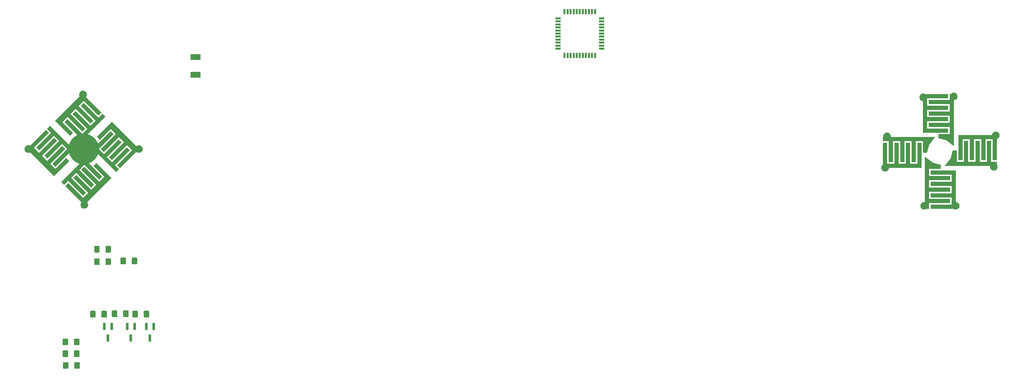
<source format=gbp>
G04 #@! TF.GenerationSoftware,KiCad,Pcbnew,(5.1.5-0-10_14)*
G04 #@! TF.CreationDate,2020-07-09T12:53:03+12:00*
G04 #@! TF.ProjectId,PS2BaseMount,50533242-6173-4654-9d6f-756e742e6b69,rev?*
G04 #@! TF.SameCoordinates,Original*
G04 #@! TF.FileFunction,Paste,Bot*
G04 #@! TF.FilePolarity,Positive*
%FSLAX46Y46*%
G04 Gerber Fmt 4.6, Leading zero omitted, Abs format (unit mm)*
G04 Created by KiCad (PCBNEW (5.1.5-0-10_14)) date 2020-07-09 12:53:03*
%MOMM*%
%LPD*%
G04 APERTURE LIST*
%ADD10R,0.482600X1.473200*%
%ADD11R,1.473200X0.482600*%
%ADD12C,0.100000*%
%ADD13R,0.800000X1.900000*%
G04 APERTURE END LIST*
D10*
X171737800Y-56259600D03*
X170950400Y-56259600D03*
X170137600Y-56259600D03*
X169350200Y-56259600D03*
X168537400Y-56259600D03*
X167750000Y-56259600D03*
X166962600Y-56259600D03*
X166149800Y-56259600D03*
X165362400Y-56259600D03*
X164549600Y-56259600D03*
X163762200Y-56259600D03*
D11*
X162009600Y-58012200D03*
X162009600Y-58799600D03*
X162009600Y-59612400D03*
X162009600Y-60399800D03*
X162009600Y-61212600D03*
X162009600Y-62000000D03*
X162009600Y-62787400D03*
X162009600Y-63600200D03*
X162009600Y-64387600D03*
X162009600Y-65200400D03*
X162009600Y-65987800D03*
D10*
X163762200Y-67740400D03*
X164549600Y-67740400D03*
X165362400Y-67740400D03*
X166149800Y-67740400D03*
X166962600Y-67740400D03*
X167750000Y-67740400D03*
X168537400Y-67740400D03*
X169350200Y-67740400D03*
X170137600Y-67740400D03*
X170950400Y-67740400D03*
X171737800Y-67740400D03*
D11*
X173490400Y-65987800D03*
X173490400Y-65200400D03*
X173490400Y-64387600D03*
X173490400Y-63600200D03*
X173490400Y-62787400D03*
X173490400Y-62000000D03*
X173490400Y-61212600D03*
X173490400Y-60399800D03*
X173490400Y-59612400D03*
X173490400Y-58799600D03*
X173490400Y-58012200D03*
D12*
G36*
X276044245Y-95299039D02*
G01*
X276034866Y-95296194D01*
X276026221Y-95291573D01*
X276018645Y-95285355D01*
X276012427Y-95277779D01*
X276007806Y-95269134D01*
X276004961Y-95259755D01*
X276004000Y-95250000D01*
X276004000Y-89800000D01*
X274104000Y-89800000D01*
X274104000Y-95250000D01*
X274103039Y-95259755D01*
X274100194Y-95269134D01*
X274095573Y-95277779D01*
X274089355Y-95285355D01*
X274081779Y-95291573D01*
X274073134Y-95296194D01*
X274063755Y-95299039D01*
X274054000Y-95300000D01*
X273054000Y-95300000D01*
X273044245Y-95299039D01*
X273034866Y-95296194D01*
X273026221Y-95291573D01*
X273018645Y-95285355D01*
X273012427Y-95277779D01*
X273007806Y-95269134D01*
X273004961Y-95259755D01*
X273004000Y-95250000D01*
X273004000Y-89800000D01*
X271104000Y-89800000D01*
X271104000Y-95250000D01*
X271103039Y-95259755D01*
X271100194Y-95269134D01*
X271095573Y-95277779D01*
X271089355Y-95285355D01*
X271081779Y-95291573D01*
X271073134Y-95296194D01*
X271063755Y-95299039D01*
X271054000Y-95300000D01*
X270054000Y-95300000D01*
X270044245Y-95299039D01*
X270034866Y-95296194D01*
X270026221Y-95291573D01*
X270018645Y-95285355D01*
X270012427Y-95277779D01*
X270007806Y-95269134D01*
X270004961Y-95259755D01*
X270004000Y-95250000D01*
X270004000Y-89800000D01*
X268104000Y-89800000D01*
X268104000Y-95250000D01*
X268103039Y-95259755D01*
X268100194Y-95269134D01*
X268095573Y-95277779D01*
X268089355Y-95285355D01*
X268081779Y-95291573D01*
X268073134Y-95296194D01*
X268063755Y-95299039D01*
X268054000Y-95300000D01*
X267054000Y-95300000D01*
X267044245Y-95299039D01*
X267034866Y-95296194D01*
X267026221Y-95291573D01*
X267018645Y-95285355D01*
X267012427Y-95277779D01*
X267007806Y-95269134D01*
X267004961Y-95259755D01*
X267004000Y-95250000D01*
X267004000Y-88750000D01*
X267004961Y-88740245D01*
X267007806Y-88730866D01*
X267012427Y-88722221D01*
X267018645Y-88714645D01*
X267026221Y-88708427D01*
X267034866Y-88703806D01*
X267044245Y-88700961D01*
X267054000Y-88700000D01*
X275805297Y-88700000D01*
X275814823Y-88603270D01*
X275833969Y-88507020D01*
X275862456Y-88413110D01*
X275900011Y-88322445D01*
X275946271Y-88235897D01*
X276000792Y-88154301D01*
X276063049Y-88078441D01*
X276132441Y-88009049D01*
X276208301Y-87946792D01*
X276289897Y-87892271D01*
X276376445Y-87846011D01*
X276467110Y-87808456D01*
X276561020Y-87779969D01*
X276657270Y-87760823D01*
X276754932Y-87751205D01*
X276853068Y-87751205D01*
X276950730Y-87760823D01*
X277046980Y-87779969D01*
X277140890Y-87808456D01*
X277231555Y-87846011D01*
X277318103Y-87892271D01*
X277399699Y-87946792D01*
X277475559Y-88009049D01*
X277544951Y-88078441D01*
X277607208Y-88154301D01*
X277661729Y-88235897D01*
X277707989Y-88322445D01*
X277745544Y-88413110D01*
X277774031Y-88507020D01*
X277793177Y-88603270D01*
X277802795Y-88700932D01*
X277802795Y-88799068D01*
X277793177Y-88896730D01*
X277774031Y-88992980D01*
X277745544Y-89086890D01*
X277707989Y-89177555D01*
X277661729Y-89264103D01*
X277607208Y-89345699D01*
X277544951Y-89421559D01*
X277475559Y-89490951D01*
X277399699Y-89553208D01*
X277318103Y-89607729D01*
X277231555Y-89653989D01*
X277140890Y-89691544D01*
X277104000Y-89702734D01*
X277104000Y-95250000D01*
X277103039Y-95259755D01*
X277100194Y-95269134D01*
X277095573Y-95277779D01*
X277089355Y-95285355D01*
X277081779Y-95291573D01*
X277073134Y-95296194D01*
X277063755Y-95299039D01*
X277054000Y-95300000D01*
X276054000Y-95300000D01*
X276044245Y-95299039D01*
G37*
G36*
X247657270Y-98239177D02*
G01*
X247561020Y-98220031D01*
X247467110Y-98191544D01*
X247376445Y-98153989D01*
X247289897Y-98107729D01*
X247208301Y-98053208D01*
X247132441Y-97990951D01*
X247063049Y-97921559D01*
X247000792Y-97845699D01*
X246946271Y-97764103D01*
X246900011Y-97677555D01*
X246862456Y-97586890D01*
X246833969Y-97492980D01*
X246814823Y-97396730D01*
X246805205Y-97299068D01*
X246805205Y-97200932D01*
X246814823Y-97103270D01*
X246833969Y-97007020D01*
X246862456Y-96913110D01*
X246900011Y-96822445D01*
X246946271Y-96735897D01*
X247000792Y-96654301D01*
X247063049Y-96578441D01*
X247132441Y-96509049D01*
X247208301Y-96446792D01*
X247254000Y-96416257D01*
X247254000Y-90750000D01*
X247254961Y-90740245D01*
X247257806Y-90730866D01*
X247262427Y-90722221D01*
X247268645Y-90714645D01*
X247276221Y-90708427D01*
X247284866Y-90703806D01*
X247294245Y-90700961D01*
X247304000Y-90700000D01*
X248304000Y-90700000D01*
X248313755Y-90700961D01*
X248323134Y-90703806D01*
X248331779Y-90708427D01*
X248339355Y-90714645D01*
X248345573Y-90722221D01*
X248350194Y-90730866D01*
X248353039Y-90740245D01*
X248354000Y-90750000D01*
X248354000Y-96200000D01*
X250254000Y-96200000D01*
X250254000Y-90750000D01*
X250254961Y-90740245D01*
X250257806Y-90730866D01*
X250262427Y-90722221D01*
X250268645Y-90714645D01*
X250276221Y-90708427D01*
X250284866Y-90703806D01*
X250294245Y-90700961D01*
X250304000Y-90700000D01*
X251304000Y-90700000D01*
X251313755Y-90700961D01*
X251323134Y-90703806D01*
X251331779Y-90708427D01*
X251339355Y-90714645D01*
X251345573Y-90722221D01*
X251350194Y-90730866D01*
X251353039Y-90740245D01*
X251354000Y-90750000D01*
X251354000Y-96200000D01*
X253254000Y-96200000D01*
X253254000Y-90750000D01*
X253254961Y-90740245D01*
X253257806Y-90730866D01*
X253262427Y-90722221D01*
X253268645Y-90714645D01*
X253276221Y-90708427D01*
X253284866Y-90703806D01*
X253294245Y-90700961D01*
X253304000Y-90700000D01*
X254304000Y-90700000D01*
X254313755Y-90700961D01*
X254323134Y-90703806D01*
X254331779Y-90708427D01*
X254339355Y-90714645D01*
X254345573Y-90722221D01*
X254350194Y-90730866D01*
X254353039Y-90740245D01*
X254354000Y-90750000D01*
X254354000Y-96200000D01*
X256254000Y-96200000D01*
X256254000Y-90750000D01*
X256254961Y-90740245D01*
X256257806Y-90730866D01*
X256262427Y-90722221D01*
X256268645Y-90714645D01*
X256276221Y-90708427D01*
X256284866Y-90703806D01*
X256294245Y-90700961D01*
X256304000Y-90700000D01*
X257304000Y-90700000D01*
X257313755Y-90700961D01*
X257323134Y-90703806D01*
X257331779Y-90708427D01*
X257339355Y-90714645D01*
X257345573Y-90722221D01*
X257350194Y-90730866D01*
X257353039Y-90740245D01*
X257354000Y-90750000D01*
X257354000Y-97250000D01*
X257353039Y-97259755D01*
X257350194Y-97269134D01*
X257345573Y-97277779D01*
X257339355Y-97285355D01*
X257331779Y-97291573D01*
X257323134Y-97296194D01*
X257313755Y-97299039D01*
X257304000Y-97300000D01*
X248802703Y-97300000D01*
X248793177Y-97396730D01*
X248774031Y-97492980D01*
X248745544Y-97586890D01*
X248707989Y-97677555D01*
X248661729Y-97764103D01*
X248607208Y-97845699D01*
X248544951Y-97921559D01*
X248475559Y-97990951D01*
X248399699Y-98053208D01*
X248318103Y-98107729D01*
X248231555Y-98153989D01*
X248140890Y-98191544D01*
X248046980Y-98220031D01*
X247950730Y-98239177D01*
X247853068Y-98248795D01*
X247754932Y-98248795D01*
X247657270Y-98239177D01*
G37*
G36*
X257794245Y-88049039D02*
G01*
X257784866Y-88046194D01*
X257776221Y-88041573D01*
X257768645Y-88035355D01*
X257762427Y-88027779D01*
X257757806Y-88019134D01*
X257754961Y-88009755D01*
X257754000Y-88000000D01*
X257754000Y-79748703D01*
X257657270Y-79739177D01*
X257561020Y-79720031D01*
X257467110Y-79691544D01*
X257376445Y-79653989D01*
X257289897Y-79607729D01*
X257208301Y-79553208D01*
X257132441Y-79490951D01*
X257063049Y-79421559D01*
X257000792Y-79345699D01*
X256946271Y-79264103D01*
X256900011Y-79177555D01*
X256862456Y-79086890D01*
X256833969Y-78992980D01*
X256814823Y-78896730D01*
X256805205Y-78799068D01*
X256805205Y-78700932D01*
X256814823Y-78603270D01*
X256833969Y-78507020D01*
X256862456Y-78413110D01*
X256900011Y-78322445D01*
X256946271Y-78235897D01*
X257000792Y-78154301D01*
X257063049Y-78078441D01*
X257132441Y-78009049D01*
X257208301Y-77946792D01*
X257289897Y-77892271D01*
X257376445Y-77846011D01*
X257467110Y-77808456D01*
X257561020Y-77779969D01*
X257657270Y-77760823D01*
X257754932Y-77751205D01*
X257853068Y-77751205D01*
X257950730Y-77760823D01*
X258046980Y-77779969D01*
X258140890Y-77808456D01*
X258231555Y-77846011D01*
X258318103Y-77892271D01*
X258399699Y-77946792D01*
X258403608Y-77950000D01*
X264304000Y-77950000D01*
X264313755Y-77950961D01*
X264323134Y-77953806D01*
X264331779Y-77958427D01*
X264339355Y-77964645D01*
X264345573Y-77972221D01*
X264350194Y-77980866D01*
X264353039Y-77990245D01*
X264354000Y-78000000D01*
X264354000Y-79000000D01*
X264353039Y-79009755D01*
X264350194Y-79019134D01*
X264345573Y-79027779D01*
X264339355Y-79035355D01*
X264331779Y-79041573D01*
X264323134Y-79046194D01*
X264313755Y-79049039D01*
X264304000Y-79050000D01*
X258854000Y-79050000D01*
X258854000Y-80950000D01*
X264304000Y-80950000D01*
X264313755Y-80950961D01*
X264323134Y-80953806D01*
X264331779Y-80958427D01*
X264339355Y-80964645D01*
X264345573Y-80972221D01*
X264350194Y-80980866D01*
X264353039Y-80990245D01*
X264354000Y-81000000D01*
X264354000Y-82000000D01*
X264353039Y-82009755D01*
X264350194Y-82019134D01*
X264345573Y-82027779D01*
X264339355Y-82035355D01*
X264331779Y-82041573D01*
X264323134Y-82046194D01*
X264313755Y-82049039D01*
X264304000Y-82050000D01*
X258854000Y-82050000D01*
X258854000Y-83950000D01*
X264304000Y-83950000D01*
X264313755Y-83950961D01*
X264323134Y-83953806D01*
X264331779Y-83958427D01*
X264339355Y-83964645D01*
X264345573Y-83972221D01*
X264350194Y-83980866D01*
X264353039Y-83990245D01*
X264354000Y-84000000D01*
X264354000Y-85000000D01*
X264353039Y-85009755D01*
X264350194Y-85019134D01*
X264345573Y-85027779D01*
X264339355Y-85035355D01*
X264331779Y-85041573D01*
X264323134Y-85046194D01*
X264313755Y-85049039D01*
X264304000Y-85050000D01*
X258854000Y-85050000D01*
X258854000Y-86950000D01*
X264304000Y-86950000D01*
X264313755Y-86950961D01*
X264323134Y-86953806D01*
X264331779Y-86958427D01*
X264339355Y-86964645D01*
X264345573Y-86972221D01*
X264350194Y-86980866D01*
X264353039Y-86990245D01*
X264354000Y-87000000D01*
X264354000Y-88000000D01*
X264353039Y-88009755D01*
X264350194Y-88019134D01*
X264345573Y-88027779D01*
X264339355Y-88035355D01*
X264331779Y-88041573D01*
X264323134Y-88046194D01*
X264313755Y-88049039D01*
X264304000Y-88050000D01*
X257804000Y-88050000D01*
X257794245Y-88049039D01*
G37*
G36*
X265794245Y-91549039D02*
G01*
X265784866Y-91546194D01*
X265774000Y-91540000D01*
X263782078Y-90046058D01*
X261791873Y-89548507D01*
X261782643Y-89545209D01*
X261774233Y-89540174D01*
X261766968Y-89533595D01*
X261761125Y-89525725D01*
X261756931Y-89516866D01*
X261754545Y-89507359D01*
X261754000Y-89500000D01*
X261754000Y-88500000D01*
X261754961Y-88490245D01*
X261757806Y-88480866D01*
X261762427Y-88472221D01*
X261768645Y-88464645D01*
X261776221Y-88458427D01*
X261784866Y-88453806D01*
X261794245Y-88450961D01*
X261804000Y-88450000D01*
X264754000Y-88450000D01*
X264754000Y-86550000D01*
X259304000Y-86550000D01*
X259294245Y-86549039D01*
X259284866Y-86546194D01*
X259276221Y-86541573D01*
X259268645Y-86535355D01*
X259262427Y-86527779D01*
X259257806Y-86519134D01*
X259254961Y-86509755D01*
X259254000Y-86500000D01*
X259254000Y-85500000D01*
X259254961Y-85490245D01*
X259257806Y-85480866D01*
X259262427Y-85472221D01*
X259268645Y-85464645D01*
X259276221Y-85458427D01*
X259284866Y-85453806D01*
X259294245Y-85450961D01*
X259304000Y-85450000D01*
X264754000Y-85450000D01*
X264754000Y-83550000D01*
X259304000Y-83550000D01*
X259294245Y-83549039D01*
X259284866Y-83546194D01*
X259276221Y-83541573D01*
X259268645Y-83535355D01*
X259262427Y-83527779D01*
X259257806Y-83519134D01*
X259254961Y-83509755D01*
X259254000Y-83500000D01*
X259254000Y-82500000D01*
X259254961Y-82490245D01*
X259257806Y-82480866D01*
X259262427Y-82472221D01*
X259268645Y-82464645D01*
X259276221Y-82458427D01*
X259284866Y-82453806D01*
X259294245Y-82450961D01*
X259304000Y-82450000D01*
X264754000Y-82450000D01*
X264754000Y-80550000D01*
X259304000Y-80550000D01*
X259294245Y-80549039D01*
X259284866Y-80546194D01*
X259276221Y-80541573D01*
X259268645Y-80535355D01*
X259262427Y-80527779D01*
X259257806Y-80519134D01*
X259254961Y-80509755D01*
X259254000Y-80500000D01*
X259254000Y-79500000D01*
X259254961Y-79490245D01*
X259257806Y-79480866D01*
X259262427Y-79472221D01*
X259268645Y-79464645D01*
X259276221Y-79458427D01*
X259284866Y-79453806D01*
X259294245Y-79450961D01*
X259304000Y-79450000D01*
X264754000Y-79450000D01*
X264754000Y-78000000D01*
X264754961Y-77990245D01*
X264757806Y-77980866D01*
X264762427Y-77972221D01*
X264768645Y-77964645D01*
X264776221Y-77958427D01*
X264784866Y-77953806D01*
X264794245Y-77950961D01*
X264804000Y-77950000D01*
X264970257Y-77950000D01*
X265000792Y-77904301D01*
X265063049Y-77828441D01*
X265132441Y-77759049D01*
X265208301Y-77696792D01*
X265289897Y-77642271D01*
X265376445Y-77596011D01*
X265467110Y-77558456D01*
X265561020Y-77529969D01*
X265657270Y-77510823D01*
X265754932Y-77501205D01*
X265853068Y-77501205D01*
X265950730Y-77510823D01*
X266046980Y-77529969D01*
X266140890Y-77558456D01*
X266231555Y-77596011D01*
X266318103Y-77642271D01*
X266399699Y-77696792D01*
X266475559Y-77759049D01*
X266544951Y-77828441D01*
X266607208Y-77904301D01*
X266661729Y-77985897D01*
X266707989Y-78072445D01*
X266745544Y-78163110D01*
X266774031Y-78257020D01*
X266793177Y-78353270D01*
X266802795Y-78450932D01*
X266802795Y-78549068D01*
X266793177Y-78646730D01*
X266774031Y-78742980D01*
X266745544Y-78836890D01*
X266707989Y-78927555D01*
X266661729Y-79014103D01*
X266607208Y-79095699D01*
X266544951Y-79171559D01*
X266475559Y-79240951D01*
X266399699Y-79303208D01*
X266318103Y-79357729D01*
X266231555Y-79403989D01*
X266140890Y-79441544D01*
X266046980Y-79470031D01*
X265950730Y-79489177D01*
X265854000Y-79498703D01*
X265854000Y-91500000D01*
X265853039Y-91509755D01*
X265850194Y-91519134D01*
X265845573Y-91527779D01*
X265839355Y-91535355D01*
X265831779Y-91541573D01*
X265823134Y-91546194D01*
X265813755Y-91549039D01*
X265804000Y-91550000D01*
X265794245Y-91549039D01*
G37*
G36*
X254794245Y-95799039D02*
G01*
X254784866Y-95796194D01*
X254776221Y-95791573D01*
X254768645Y-95785355D01*
X254762427Y-95777779D01*
X254757806Y-95769134D01*
X254754961Y-95759755D01*
X254754000Y-95750000D01*
X254754000Y-90300000D01*
X252854000Y-90300000D01*
X252854000Y-95750000D01*
X252853039Y-95759755D01*
X252850194Y-95769134D01*
X252845573Y-95777779D01*
X252839355Y-95785355D01*
X252831779Y-95791573D01*
X252823134Y-95796194D01*
X252813755Y-95799039D01*
X252804000Y-95800000D01*
X251804000Y-95800000D01*
X251794245Y-95799039D01*
X251784866Y-95796194D01*
X251776221Y-95791573D01*
X251768645Y-95785355D01*
X251762427Y-95777779D01*
X251757806Y-95769134D01*
X251754961Y-95759755D01*
X251754000Y-95750000D01*
X251754000Y-90300000D01*
X249854000Y-90300000D01*
X249854000Y-95750000D01*
X249853039Y-95759755D01*
X249850194Y-95769134D01*
X249845573Y-95777779D01*
X249839355Y-95785355D01*
X249831779Y-95791573D01*
X249823134Y-95796194D01*
X249813755Y-95799039D01*
X249804000Y-95800000D01*
X248804000Y-95800000D01*
X248794245Y-95799039D01*
X248784866Y-95796194D01*
X248776221Y-95791573D01*
X248768645Y-95785355D01*
X248762427Y-95777779D01*
X248757806Y-95769134D01*
X248754961Y-95759755D01*
X248754000Y-95750000D01*
X248754000Y-90300000D01*
X247304000Y-90300000D01*
X247294245Y-90299039D01*
X247284866Y-90296194D01*
X247276221Y-90291573D01*
X247268645Y-90285355D01*
X247262427Y-90277779D01*
X247257806Y-90269134D01*
X247254961Y-90259755D01*
X247254000Y-90250000D01*
X247254000Y-89250000D01*
X247254961Y-89240245D01*
X247257806Y-89230866D01*
X247262427Y-89222221D01*
X247268645Y-89214645D01*
X247276221Y-89208427D01*
X247284866Y-89203806D01*
X247294245Y-89200961D01*
X247304000Y-89200000D01*
X247325419Y-89200000D01*
X247314823Y-89146730D01*
X247305205Y-89049068D01*
X247305205Y-88950932D01*
X247314823Y-88853270D01*
X247333969Y-88757020D01*
X247362456Y-88663110D01*
X247400011Y-88572445D01*
X247446271Y-88485897D01*
X247500792Y-88404301D01*
X247563049Y-88328441D01*
X247632441Y-88259049D01*
X247708301Y-88196792D01*
X247789897Y-88142271D01*
X247876445Y-88096011D01*
X247967110Y-88058456D01*
X248061020Y-88029969D01*
X248157270Y-88010823D01*
X248254932Y-88001205D01*
X248353068Y-88001205D01*
X248450730Y-88010823D01*
X248546980Y-88029969D01*
X248640890Y-88058456D01*
X248731555Y-88096011D01*
X248818103Y-88142271D01*
X248899699Y-88196792D01*
X248975559Y-88259049D01*
X249044951Y-88328441D01*
X249107208Y-88404301D01*
X249161729Y-88485897D01*
X249207989Y-88572445D01*
X249245544Y-88663110D01*
X249274031Y-88757020D01*
X249293177Y-88853270D01*
X249302795Y-88950932D01*
X249302795Y-89049068D01*
X249293177Y-89146730D01*
X249282581Y-89200000D01*
X260804000Y-89200000D01*
X260813755Y-89200961D01*
X260823134Y-89203806D01*
X260831779Y-89208427D01*
X260839355Y-89214645D01*
X260845573Y-89222221D01*
X260850194Y-89230866D01*
X260853039Y-89240245D01*
X260854000Y-89250000D01*
X260853039Y-89259755D01*
X260850194Y-89269134D01*
X260844000Y-89280000D01*
X259350058Y-91271923D01*
X258852507Y-93262127D01*
X258849209Y-93271357D01*
X258844174Y-93279767D01*
X258837595Y-93287032D01*
X258829725Y-93292875D01*
X258820866Y-93297069D01*
X258811359Y-93299455D01*
X258804000Y-93300000D01*
X257804000Y-93300000D01*
X257794245Y-93299039D01*
X257784866Y-93296194D01*
X257776221Y-93291573D01*
X257768645Y-93285355D01*
X257762427Y-93277779D01*
X257757806Y-93269134D01*
X257754961Y-93259755D01*
X257754000Y-93250000D01*
X257754000Y-90300000D01*
X255854000Y-90300000D01*
X255854000Y-95750000D01*
X255853039Y-95759755D01*
X255850194Y-95769134D01*
X255845573Y-95777779D01*
X255839355Y-95785355D01*
X255831779Y-95791573D01*
X255823134Y-95796194D01*
X255813755Y-95799039D01*
X255804000Y-95800000D01*
X254804000Y-95800000D01*
X254794245Y-95799039D01*
G37*
G36*
X276157270Y-97989177D02*
G01*
X276061020Y-97970031D01*
X275967110Y-97941544D01*
X275876445Y-97903989D01*
X275789897Y-97857729D01*
X275708301Y-97803208D01*
X275632441Y-97740951D01*
X275563049Y-97671559D01*
X275500792Y-97595699D01*
X275446271Y-97514103D01*
X275400011Y-97427555D01*
X275362456Y-97336890D01*
X275333969Y-97242980D01*
X275314823Y-97146730D01*
X275305205Y-97049068D01*
X275305205Y-96950932D01*
X275314823Y-96853270D01*
X275325419Y-96800000D01*
X263554000Y-96800000D01*
X263544245Y-96799039D01*
X263534866Y-96796194D01*
X263526221Y-96791573D01*
X263518645Y-96785355D01*
X263512427Y-96777779D01*
X263507806Y-96769134D01*
X263504961Y-96759755D01*
X263504000Y-96750000D01*
X263504961Y-96740245D01*
X263507806Y-96730866D01*
X263514000Y-96720000D01*
X265007942Y-94728077D01*
X265505493Y-92737873D01*
X265508791Y-92728643D01*
X265513826Y-92720233D01*
X265520405Y-92712968D01*
X265528275Y-92707125D01*
X265537134Y-92702931D01*
X265546641Y-92700545D01*
X265554000Y-92700000D01*
X266554000Y-92700000D01*
X266563755Y-92700961D01*
X266573134Y-92703806D01*
X266581779Y-92708427D01*
X266589355Y-92714645D01*
X266595573Y-92722221D01*
X266600194Y-92730866D01*
X266603039Y-92740245D01*
X266604000Y-92750000D01*
X266604000Y-95700000D01*
X268504000Y-95700000D01*
X268504000Y-90250000D01*
X268504961Y-90240245D01*
X268507806Y-90230866D01*
X268512427Y-90222221D01*
X268518645Y-90214645D01*
X268526221Y-90208427D01*
X268534866Y-90203806D01*
X268544245Y-90200961D01*
X268554000Y-90200000D01*
X269554000Y-90200000D01*
X269563755Y-90200961D01*
X269573134Y-90203806D01*
X269581779Y-90208427D01*
X269589355Y-90214645D01*
X269595573Y-90222221D01*
X269600194Y-90230866D01*
X269603039Y-90240245D01*
X269604000Y-90250000D01*
X269604000Y-95700000D01*
X271504000Y-95700000D01*
X271504000Y-90250000D01*
X271504961Y-90240245D01*
X271507806Y-90230866D01*
X271512427Y-90222221D01*
X271518645Y-90214645D01*
X271526221Y-90208427D01*
X271534866Y-90203806D01*
X271544245Y-90200961D01*
X271554000Y-90200000D01*
X272554000Y-90200000D01*
X272563755Y-90200961D01*
X272573134Y-90203806D01*
X272581779Y-90208427D01*
X272589355Y-90214645D01*
X272595573Y-90222221D01*
X272600194Y-90230866D01*
X272603039Y-90240245D01*
X272604000Y-90250000D01*
X272604000Y-95700000D01*
X274504000Y-95700000D01*
X274504000Y-90250000D01*
X274504961Y-90240245D01*
X274507806Y-90230866D01*
X274512427Y-90222221D01*
X274518645Y-90214645D01*
X274526221Y-90208427D01*
X274534866Y-90203806D01*
X274544245Y-90200961D01*
X274554000Y-90200000D01*
X275554000Y-90200000D01*
X275563755Y-90200961D01*
X275573134Y-90203806D01*
X275581779Y-90208427D01*
X275589355Y-90214645D01*
X275595573Y-90222221D01*
X275600194Y-90230866D01*
X275603039Y-90240245D01*
X275604000Y-90250000D01*
X275604000Y-95700000D01*
X277054000Y-95700000D01*
X277063755Y-95700961D01*
X277073134Y-95703806D01*
X277081779Y-95708427D01*
X277089355Y-95714645D01*
X277095573Y-95722221D01*
X277100194Y-95730866D01*
X277103039Y-95740245D01*
X277104000Y-95750000D01*
X277104000Y-96400392D01*
X277107208Y-96404301D01*
X277161729Y-96485897D01*
X277207989Y-96572445D01*
X277245544Y-96663110D01*
X277274031Y-96757020D01*
X277293177Y-96853270D01*
X277302795Y-96950932D01*
X277302795Y-97049068D01*
X277293177Y-97146730D01*
X277274031Y-97242980D01*
X277245544Y-97336890D01*
X277207989Y-97427555D01*
X277161729Y-97514103D01*
X277107208Y-97595699D01*
X277044951Y-97671559D01*
X276975559Y-97740951D01*
X276899699Y-97803208D01*
X276818103Y-97857729D01*
X276731555Y-97903989D01*
X276640890Y-97941544D01*
X276546980Y-97970031D01*
X276450730Y-97989177D01*
X276353068Y-97998795D01*
X276254932Y-97998795D01*
X276157270Y-97989177D01*
G37*
G36*
X257907270Y-108239177D02*
G01*
X257811020Y-108220031D01*
X257717110Y-108191544D01*
X257626445Y-108153989D01*
X257539897Y-108107729D01*
X257458301Y-108053208D01*
X257382441Y-107990951D01*
X257313049Y-107921559D01*
X257250792Y-107845699D01*
X257196271Y-107764103D01*
X257150011Y-107677555D01*
X257112456Y-107586890D01*
X257083969Y-107492980D01*
X257064823Y-107396730D01*
X257055205Y-107299068D01*
X257055205Y-107200932D01*
X257064823Y-107103270D01*
X257083969Y-107007020D01*
X257112456Y-106913110D01*
X257150011Y-106822445D01*
X257196271Y-106735897D01*
X257250792Y-106654301D01*
X257313049Y-106578441D01*
X257382441Y-106509049D01*
X257458301Y-106446792D01*
X257539897Y-106392271D01*
X257626445Y-106346011D01*
X257717110Y-106308456D01*
X257811020Y-106279969D01*
X257907270Y-106260823D01*
X258004932Y-106251205D01*
X258103068Y-106251205D01*
X258200730Y-106260823D01*
X258254000Y-106271419D01*
X258254000Y-94500000D01*
X258254961Y-94490245D01*
X258257806Y-94480866D01*
X258262427Y-94472221D01*
X258268645Y-94464645D01*
X258276221Y-94458427D01*
X258284866Y-94453806D01*
X258294245Y-94450961D01*
X258304000Y-94450000D01*
X258313755Y-94450961D01*
X258323134Y-94453806D01*
X258334000Y-94460000D01*
X260325923Y-95953942D01*
X262316127Y-96451493D01*
X262325357Y-96454791D01*
X262333767Y-96459826D01*
X262341032Y-96466405D01*
X262346875Y-96474275D01*
X262351069Y-96483134D01*
X262353455Y-96492641D01*
X262354000Y-96500000D01*
X262354000Y-97500000D01*
X262353039Y-97509755D01*
X262350194Y-97519134D01*
X262345573Y-97527779D01*
X262339355Y-97535355D01*
X262331779Y-97541573D01*
X262323134Y-97546194D01*
X262313755Y-97549039D01*
X262304000Y-97550000D01*
X259354000Y-97550000D01*
X259354000Y-99450000D01*
X264804000Y-99450000D01*
X264813755Y-99450961D01*
X264823134Y-99453806D01*
X264831779Y-99458427D01*
X264839355Y-99464645D01*
X264845573Y-99472221D01*
X264850194Y-99480866D01*
X264853039Y-99490245D01*
X264854000Y-99500000D01*
X264854000Y-100500000D01*
X264853039Y-100509755D01*
X264850194Y-100519134D01*
X264845573Y-100527779D01*
X264839355Y-100535355D01*
X264831779Y-100541573D01*
X264823134Y-100546194D01*
X264813755Y-100549039D01*
X264804000Y-100550000D01*
X259354000Y-100550000D01*
X259354000Y-102450000D01*
X264804000Y-102450000D01*
X264813755Y-102450961D01*
X264823134Y-102453806D01*
X264831779Y-102458427D01*
X264839355Y-102464645D01*
X264845573Y-102472221D01*
X264850194Y-102480866D01*
X264853039Y-102490245D01*
X264854000Y-102500000D01*
X264854000Y-103500000D01*
X264853039Y-103509755D01*
X264850194Y-103519134D01*
X264845573Y-103527779D01*
X264839355Y-103535355D01*
X264831779Y-103541573D01*
X264823134Y-103546194D01*
X264813755Y-103549039D01*
X264804000Y-103550000D01*
X259354000Y-103550000D01*
X259354000Y-105450000D01*
X264804000Y-105450000D01*
X264813755Y-105450961D01*
X264823134Y-105453806D01*
X264831779Y-105458427D01*
X264839355Y-105464645D01*
X264845573Y-105472221D01*
X264850194Y-105480866D01*
X264853039Y-105490245D01*
X264854000Y-105500000D01*
X264854000Y-106500000D01*
X264853039Y-106509755D01*
X264850194Y-106519134D01*
X264845573Y-106527779D01*
X264839355Y-106535355D01*
X264831779Y-106541573D01*
X264823134Y-106546194D01*
X264813755Y-106549039D01*
X264804000Y-106550000D01*
X259354000Y-106550000D01*
X259354000Y-108000000D01*
X259353039Y-108009755D01*
X259350194Y-108019134D01*
X259345573Y-108027779D01*
X259339355Y-108035355D01*
X259331779Y-108041573D01*
X259323134Y-108046194D01*
X259313755Y-108049039D01*
X259304000Y-108050000D01*
X258653608Y-108050000D01*
X258649699Y-108053208D01*
X258568103Y-108107729D01*
X258481555Y-108153989D01*
X258390890Y-108191544D01*
X258296980Y-108220031D01*
X258200730Y-108239177D01*
X258103068Y-108248795D01*
X258004932Y-108248795D01*
X257907270Y-108239177D01*
G37*
G36*
X266157270Y-108239177D02*
G01*
X266061020Y-108220031D01*
X265967110Y-108191544D01*
X265876445Y-108153989D01*
X265789897Y-108107729D01*
X265708301Y-108053208D01*
X265704392Y-108050000D01*
X259804000Y-108050000D01*
X259794245Y-108049039D01*
X259784866Y-108046194D01*
X259776221Y-108041573D01*
X259768645Y-108035355D01*
X259762427Y-108027779D01*
X259757806Y-108019134D01*
X259754961Y-108009755D01*
X259754000Y-108000000D01*
X259754000Y-107000000D01*
X259754961Y-106990245D01*
X259757806Y-106980866D01*
X259762427Y-106972221D01*
X259768645Y-106964645D01*
X259776221Y-106958427D01*
X259784866Y-106953806D01*
X259794245Y-106950961D01*
X259804000Y-106950000D01*
X265254000Y-106950000D01*
X265254000Y-105050000D01*
X259804000Y-105050000D01*
X259794245Y-105049039D01*
X259784866Y-105046194D01*
X259776221Y-105041573D01*
X259768645Y-105035355D01*
X259762427Y-105027779D01*
X259757806Y-105019134D01*
X259754961Y-105009755D01*
X259754000Y-105000000D01*
X259754000Y-104000000D01*
X259754961Y-103990245D01*
X259757806Y-103980866D01*
X259762427Y-103972221D01*
X259768645Y-103964645D01*
X259776221Y-103958427D01*
X259784866Y-103953806D01*
X259794245Y-103950961D01*
X259804000Y-103950000D01*
X265254000Y-103950000D01*
X265254000Y-102050000D01*
X259804000Y-102050000D01*
X259794245Y-102049039D01*
X259784866Y-102046194D01*
X259776221Y-102041573D01*
X259768645Y-102035355D01*
X259762427Y-102027779D01*
X259757806Y-102019134D01*
X259754961Y-102009755D01*
X259754000Y-102000000D01*
X259754000Y-101000000D01*
X259754961Y-100990245D01*
X259757806Y-100980866D01*
X259762427Y-100972221D01*
X259768645Y-100964645D01*
X259776221Y-100958427D01*
X259784866Y-100953806D01*
X259794245Y-100950961D01*
X259804000Y-100950000D01*
X265254000Y-100950000D01*
X265254000Y-99050000D01*
X259804000Y-99050000D01*
X259794245Y-99049039D01*
X259784866Y-99046194D01*
X259776221Y-99041573D01*
X259768645Y-99035355D01*
X259762427Y-99027779D01*
X259757806Y-99019134D01*
X259754961Y-99009755D01*
X259754000Y-99000000D01*
X259754000Y-98000000D01*
X259754961Y-97990245D01*
X259757806Y-97980866D01*
X259762427Y-97972221D01*
X259768645Y-97964645D01*
X259776221Y-97958427D01*
X259784866Y-97953806D01*
X259794245Y-97950961D01*
X259804000Y-97950000D01*
X266304000Y-97950000D01*
X266313755Y-97950961D01*
X266323134Y-97953806D01*
X266331779Y-97958427D01*
X266339355Y-97964645D01*
X266345573Y-97972221D01*
X266350194Y-97980866D01*
X266353039Y-97990245D01*
X266354000Y-98000000D01*
X266354000Y-106251297D01*
X266450730Y-106260823D01*
X266546980Y-106279969D01*
X266640890Y-106308456D01*
X266731555Y-106346011D01*
X266818103Y-106392271D01*
X266899699Y-106446792D01*
X266975559Y-106509049D01*
X267044951Y-106578441D01*
X267107208Y-106654301D01*
X267161729Y-106735897D01*
X267207989Y-106822445D01*
X267245544Y-106913110D01*
X267274031Y-107007020D01*
X267293177Y-107103270D01*
X267302795Y-107200932D01*
X267302795Y-107299068D01*
X267293177Y-107396730D01*
X267274031Y-107492980D01*
X267245544Y-107586890D01*
X267207989Y-107677555D01*
X267161729Y-107764103D01*
X267107208Y-107845699D01*
X267044951Y-107921559D01*
X266975559Y-107990951D01*
X266899699Y-108053208D01*
X266818103Y-108107729D01*
X266731555Y-108153989D01*
X266640890Y-108191544D01*
X266546980Y-108220031D01*
X266450730Y-108239177D01*
X266353068Y-108248795D01*
X266254932Y-108248795D01*
X266157270Y-108239177D01*
G37*
G36*
X38449254Y-107794586D02*
G01*
X38367657Y-107849106D01*
X38281109Y-107895367D01*
X38190444Y-107932922D01*
X38096534Y-107961410D01*
X38000285Y-107980555D01*
X37902622Y-107990173D01*
X37804486Y-107990173D01*
X37706823Y-107980555D01*
X37610574Y-107961410D01*
X37516664Y-107932922D01*
X37425999Y-107895367D01*
X37339451Y-107849106D01*
X37257854Y-107794586D01*
X37181996Y-107732329D01*
X37112603Y-107662936D01*
X37050346Y-107587078D01*
X36995826Y-107505481D01*
X36949565Y-107418933D01*
X36912010Y-107328268D01*
X36883522Y-107234358D01*
X36864377Y-107138109D01*
X36854759Y-107040446D01*
X36854759Y-106942310D01*
X36864377Y-106844647D01*
X36883522Y-106748398D01*
X36912010Y-106654488D01*
X36949565Y-106563823D01*
X36995826Y-106477275D01*
X37050346Y-106395678D01*
X37112009Y-106320544D01*
X32868451Y-102076986D01*
X32862233Y-102069409D01*
X32857613Y-102060765D01*
X32854767Y-102051384D01*
X32853807Y-102041631D01*
X32854767Y-102031877D01*
X32857613Y-102022496D01*
X32862233Y-102013853D01*
X32868451Y-102006275D01*
X33575558Y-101299168D01*
X33583135Y-101292950D01*
X33591779Y-101288330D01*
X33601159Y-101285484D01*
X33610913Y-101284524D01*
X33620667Y-101285484D01*
X33630048Y-101288330D01*
X33638691Y-101292950D01*
X33646269Y-101299168D01*
X37500001Y-105152900D01*
X38843503Y-103809397D01*
X34989772Y-99955666D01*
X34983553Y-99948088D01*
X34978933Y-99939444D01*
X34976088Y-99930064D01*
X34975127Y-99920310D01*
X34976088Y-99910556D01*
X34978933Y-99901176D01*
X34983553Y-99892532D01*
X34989772Y-99884955D01*
X35696878Y-99177848D01*
X35704456Y-99171630D01*
X35713099Y-99167010D01*
X35722480Y-99164164D01*
X35732234Y-99163204D01*
X35741987Y-99164164D01*
X35751368Y-99167010D01*
X35760012Y-99171630D01*
X35767589Y-99177848D01*
X39621321Y-103031580D01*
X40964824Y-101688077D01*
X37111092Y-97834345D01*
X37104874Y-97826768D01*
X37100253Y-97818124D01*
X37097408Y-97808744D01*
X37096448Y-97798990D01*
X37097408Y-97789236D01*
X37100253Y-97779856D01*
X37104874Y-97771212D01*
X37111092Y-97763635D01*
X37818199Y-97056528D01*
X37825776Y-97050309D01*
X37834420Y-97045689D01*
X37843800Y-97042844D01*
X37853554Y-97041884D01*
X37863308Y-97042844D01*
X37872688Y-97045689D01*
X37881332Y-97050309D01*
X37888909Y-97056528D01*
X41742641Y-100910260D01*
X43086144Y-99566757D01*
X40293072Y-96773685D01*
X40286854Y-96766108D01*
X40282234Y-96757464D01*
X40279388Y-96748084D01*
X40278428Y-96738330D01*
X40279388Y-96728576D01*
X40282234Y-96719195D01*
X40286854Y-96710552D01*
X40293072Y-96702974D01*
X41000179Y-95995868D01*
X41007757Y-95989649D01*
X41016400Y-95985029D01*
X41025781Y-95982184D01*
X41035535Y-95981223D01*
X41045288Y-95982184D01*
X41054669Y-95985029D01*
X41063312Y-95989649D01*
X41070890Y-95995868D01*
X44959977Y-99884955D01*
X44966195Y-99892532D01*
X44970816Y-99901176D01*
X44973661Y-99910556D01*
X44974621Y-99920310D01*
X44973661Y-99930064D01*
X44970816Y-99939444D01*
X44966195Y-99948088D01*
X44959977Y-99955666D01*
X38595099Y-106320544D01*
X38656762Y-106395678D01*
X38711282Y-106477275D01*
X38757543Y-106563823D01*
X38795098Y-106654488D01*
X38823586Y-106748398D01*
X38842731Y-106844647D01*
X38852349Y-106942310D01*
X38852349Y-107040446D01*
X38842731Y-107138109D01*
X38823586Y-107234358D01*
X38795098Y-107328268D01*
X38757543Y-107418933D01*
X38711282Y-107505481D01*
X38656762Y-107587078D01*
X38594505Y-107662936D01*
X38525112Y-107732329D01*
X38449254Y-107794586D01*
G37*
G36*
X29926380Y-99431553D02*
G01*
X29917737Y-99436174D01*
X29908356Y-99439019D01*
X29898602Y-99439979D01*
X29888849Y-99439019D01*
X29879468Y-99436174D01*
X29870824Y-99431553D01*
X29863247Y-99425335D01*
X23642641Y-93204729D01*
X23608643Y-93222901D01*
X23517978Y-93260456D01*
X23424068Y-93288944D01*
X23327819Y-93308089D01*
X23230156Y-93317707D01*
X23132020Y-93317707D01*
X23034357Y-93308089D01*
X22938108Y-93288944D01*
X22844198Y-93260456D01*
X22753533Y-93222901D01*
X22666985Y-93176640D01*
X22585388Y-93122120D01*
X22509530Y-93059863D01*
X22440137Y-92990470D01*
X22377880Y-92914612D01*
X22323360Y-92833015D01*
X22277099Y-92746467D01*
X22239544Y-92655802D01*
X22211056Y-92561892D01*
X22191911Y-92465643D01*
X22182293Y-92367980D01*
X22182293Y-92269844D01*
X22191911Y-92172181D01*
X22211056Y-92075932D01*
X22239544Y-91982022D01*
X22277099Y-91891357D01*
X22323360Y-91804809D01*
X22377880Y-91723212D01*
X22440137Y-91647354D01*
X22509530Y-91577961D01*
X22585388Y-91515704D01*
X22666985Y-91461184D01*
X22753533Y-91414923D01*
X22844198Y-91377368D01*
X22938108Y-91348880D01*
X23034357Y-91329735D01*
X23132020Y-91320117D01*
X23230156Y-91320117D01*
X23327819Y-91329735D01*
X23424068Y-91348880D01*
X23517978Y-91377368D01*
X23608643Y-91414923D01*
X23642641Y-91433095D01*
X27741927Y-87333809D01*
X27749504Y-87327591D01*
X27758148Y-87322971D01*
X27767528Y-87320125D01*
X27777282Y-87319165D01*
X27787036Y-87320125D01*
X27796416Y-87322971D01*
X27805060Y-87327591D01*
X27812637Y-87333809D01*
X28519744Y-88040916D01*
X28525962Y-88048493D01*
X28530583Y-88057137D01*
X28533428Y-88066517D01*
X28534388Y-88076271D01*
X28533428Y-88086025D01*
X28530583Y-88095406D01*
X28525962Y-88104049D01*
X28519744Y-88111627D01*
X24666012Y-91965359D01*
X26009515Y-93308861D01*
X29863247Y-89455130D01*
X29870824Y-89448911D01*
X29879468Y-89444291D01*
X29888849Y-89441446D01*
X29898602Y-89440485D01*
X29908356Y-89441446D01*
X29917737Y-89444291D01*
X29926380Y-89448911D01*
X29933958Y-89455130D01*
X30641065Y-90162236D01*
X30647283Y-90169814D01*
X30651903Y-90178457D01*
X30654748Y-90187838D01*
X30655709Y-90197592D01*
X30654748Y-90207345D01*
X30651903Y-90216726D01*
X30647283Y-90225370D01*
X30641065Y-90232947D01*
X26787333Y-94086679D01*
X28130835Y-95430182D01*
X31984567Y-91576450D01*
X31992145Y-91570232D01*
X32000788Y-91565611D01*
X32010169Y-91562766D01*
X32019923Y-91561806D01*
X32029677Y-91562766D01*
X32039057Y-91565611D01*
X32047701Y-91570232D01*
X32055278Y-91576450D01*
X32762385Y-92283557D01*
X32768603Y-92291134D01*
X32773223Y-92299778D01*
X32776069Y-92309158D01*
X32777029Y-92318912D01*
X32776069Y-92328666D01*
X32773223Y-92338046D01*
X32768603Y-92346690D01*
X32762385Y-92354267D01*
X28908653Y-96207999D01*
X30252156Y-97551502D01*
X33045228Y-94758430D01*
X33052805Y-94752212D01*
X33061449Y-94747592D01*
X33070829Y-94744746D01*
X33080583Y-94743786D01*
X33090337Y-94744746D01*
X33099717Y-94747592D01*
X33108361Y-94752212D01*
X33115938Y-94758430D01*
X33823045Y-95465537D01*
X33829263Y-95473115D01*
X33833884Y-95481758D01*
X33836729Y-95491139D01*
X33837689Y-95500893D01*
X33836729Y-95510646D01*
X33833884Y-95520027D01*
X33829263Y-95528670D01*
X33823045Y-95536248D01*
X29933958Y-99425335D01*
X29926380Y-99431553D01*
G37*
G36*
X41593642Y-83521651D02*
G01*
X41584998Y-83526271D01*
X41575618Y-83529117D01*
X41565864Y-83530077D01*
X41556110Y-83529117D01*
X41546730Y-83526271D01*
X41538086Y-83521651D01*
X41530509Y-83515433D01*
X37676777Y-79661701D01*
X36333274Y-81005204D01*
X40187006Y-84858936D01*
X40193224Y-84866513D01*
X40197844Y-84875157D01*
X40200690Y-84884537D01*
X40201650Y-84894291D01*
X40200690Y-84904045D01*
X40197844Y-84913425D01*
X40193224Y-84922069D01*
X40187006Y-84929646D01*
X39479899Y-85636753D01*
X39472322Y-85642972D01*
X39463678Y-85647592D01*
X39454297Y-85650437D01*
X39444544Y-85651397D01*
X39434790Y-85650437D01*
X39425409Y-85647592D01*
X39416766Y-85642972D01*
X39409188Y-85636753D01*
X35555456Y-81783021D01*
X34211953Y-83126524D01*
X38065685Y-86980256D01*
X38071904Y-86987833D01*
X38076524Y-86996477D01*
X38079369Y-87005858D01*
X38080330Y-87015611D01*
X38079369Y-87025365D01*
X38076524Y-87034746D01*
X38071904Y-87043389D01*
X38065685Y-87050967D01*
X37358579Y-87758074D01*
X37351001Y-87764292D01*
X37342358Y-87768912D01*
X37332977Y-87771758D01*
X37323223Y-87772718D01*
X37313469Y-87771758D01*
X37304089Y-87768912D01*
X37295445Y-87764292D01*
X37287868Y-87758074D01*
X33434136Y-83904342D01*
X32090633Y-85247845D01*
X34883705Y-88040916D01*
X34889923Y-88048494D01*
X34894543Y-88057137D01*
X34897389Y-88066518D01*
X34898349Y-88076272D01*
X34897389Y-88086025D01*
X34894543Y-88095406D01*
X34889923Y-88104050D01*
X34883705Y-88111627D01*
X34176598Y-88818734D01*
X34169021Y-88824952D01*
X34160377Y-88829572D01*
X34150997Y-88832418D01*
X34141243Y-88833378D01*
X34131489Y-88832418D01*
X34122108Y-88829572D01*
X34113465Y-88824952D01*
X34105887Y-88818734D01*
X30216800Y-84929646D01*
X30210582Y-84922069D01*
X30205962Y-84913425D01*
X30203116Y-84904045D01*
X30202156Y-84894291D01*
X30203116Y-84884537D01*
X30205962Y-84875157D01*
X30210582Y-84866513D01*
X30216800Y-84858936D01*
X36614183Y-78461553D01*
X36596011Y-78427555D01*
X36558456Y-78336890D01*
X36529968Y-78242980D01*
X36510823Y-78146731D01*
X36501205Y-78049068D01*
X36501205Y-77950932D01*
X36510823Y-77853269D01*
X36529968Y-77757020D01*
X36558456Y-77663110D01*
X36596011Y-77572445D01*
X36642272Y-77485897D01*
X36696792Y-77404300D01*
X36759049Y-77328442D01*
X36828442Y-77259049D01*
X36904300Y-77196792D01*
X36985897Y-77142272D01*
X37072445Y-77096011D01*
X37163110Y-77058456D01*
X37257020Y-77029968D01*
X37353269Y-77010823D01*
X37450932Y-77001205D01*
X37549068Y-77001205D01*
X37646731Y-77010823D01*
X37742980Y-77029968D01*
X37836890Y-77058456D01*
X37927555Y-77096011D01*
X38014103Y-77142272D01*
X38095700Y-77196792D01*
X38171558Y-77259049D01*
X38240951Y-77328442D01*
X38303208Y-77404300D01*
X38357728Y-77485897D01*
X38403989Y-77572445D01*
X38441544Y-77663110D01*
X38470032Y-77757020D01*
X38489177Y-77853269D01*
X38498795Y-77950932D01*
X38498795Y-78049068D01*
X38489177Y-78146731D01*
X38470032Y-78242980D01*
X38441544Y-78336890D01*
X38403989Y-78427555D01*
X38357728Y-78514103D01*
X38303208Y-78595700D01*
X38241545Y-78670834D01*
X42308326Y-82737615D01*
X42314544Y-82745193D01*
X42319165Y-82753836D01*
X42322010Y-82763217D01*
X42322970Y-82772971D01*
X42322010Y-82782725D01*
X42319165Y-82792105D01*
X42314544Y-82800749D01*
X42308326Y-82808326D01*
X41601219Y-83515433D01*
X41593642Y-83521651D01*
G37*
G36*
X52768166Y-93122120D02*
G01*
X52686569Y-93176640D01*
X52600021Y-93222901D01*
X52509356Y-93260456D01*
X52415446Y-93288944D01*
X52319197Y-93308089D01*
X52221534Y-93317707D01*
X52123398Y-93317707D01*
X52025735Y-93308089D01*
X51929486Y-93288944D01*
X51835576Y-93260456D01*
X51744911Y-93222901D01*
X51658363Y-93176640D01*
X51576766Y-93122120D01*
X51501632Y-93060457D01*
X47258074Y-97304015D01*
X47250497Y-97310233D01*
X47241853Y-97314853D01*
X47232472Y-97317699D01*
X47222719Y-97318659D01*
X47212965Y-97317699D01*
X47203584Y-97314853D01*
X47194941Y-97310233D01*
X47187363Y-97304015D01*
X46480256Y-96596908D01*
X46474038Y-96589331D01*
X46469418Y-96580687D01*
X46466572Y-96571307D01*
X46465612Y-96561553D01*
X46466572Y-96551799D01*
X46469418Y-96542418D01*
X46474038Y-96533775D01*
X46480256Y-96526197D01*
X50333988Y-92672465D01*
X48990485Y-91328963D01*
X45136754Y-95182694D01*
X45129176Y-95188913D01*
X45120532Y-95193533D01*
X45111152Y-95196378D01*
X45101398Y-95197339D01*
X45091644Y-95196378D01*
X45082264Y-95193533D01*
X45073620Y-95188913D01*
X45066043Y-95182694D01*
X44358936Y-94475588D01*
X44352718Y-94468010D01*
X44348098Y-94459367D01*
X44345252Y-94449986D01*
X44344292Y-94440232D01*
X44345252Y-94430479D01*
X44348098Y-94421098D01*
X44352718Y-94412454D01*
X44358936Y-94404877D01*
X48212668Y-90551145D01*
X46869165Y-89207642D01*
X43015433Y-93061374D01*
X43007856Y-93067592D01*
X42999212Y-93072213D01*
X42989832Y-93075058D01*
X42980078Y-93076018D01*
X42970324Y-93075058D01*
X42960944Y-93072213D01*
X42952300Y-93067592D01*
X42944723Y-93061374D01*
X42237616Y-92354267D01*
X42231397Y-92346690D01*
X42226777Y-92338046D01*
X42223932Y-92328666D01*
X42222972Y-92318912D01*
X42223932Y-92309158D01*
X42226777Y-92299778D01*
X42231397Y-92291134D01*
X42237616Y-92283557D01*
X46091348Y-88429825D01*
X44747845Y-87086322D01*
X41954773Y-89879394D01*
X41947196Y-89885612D01*
X41938552Y-89890232D01*
X41929172Y-89893078D01*
X41919418Y-89894038D01*
X41909664Y-89893078D01*
X41900283Y-89890232D01*
X41891640Y-89885612D01*
X41884062Y-89879394D01*
X41176956Y-89172287D01*
X41170737Y-89164709D01*
X41166117Y-89156066D01*
X41163272Y-89146685D01*
X41162311Y-89136931D01*
X41163272Y-89127178D01*
X41166117Y-89117797D01*
X41170737Y-89109154D01*
X41176956Y-89101576D01*
X45066043Y-85212489D01*
X45073620Y-85206271D01*
X45082264Y-85201650D01*
X45091644Y-85198805D01*
X45101398Y-85197845D01*
X45111152Y-85198805D01*
X45120532Y-85201650D01*
X45129176Y-85206271D01*
X45136754Y-85212489D01*
X51501632Y-91577367D01*
X51576766Y-91515704D01*
X51658363Y-91461184D01*
X51744911Y-91414923D01*
X51835576Y-91377368D01*
X51929486Y-91348880D01*
X52025735Y-91329735D01*
X52123398Y-91320117D01*
X52221534Y-91320117D01*
X52319197Y-91329735D01*
X52415446Y-91348880D01*
X52509356Y-91377368D01*
X52600021Y-91414923D01*
X52686569Y-91461184D01*
X52768166Y-91515704D01*
X52844024Y-91577961D01*
X52913417Y-91647354D01*
X52975674Y-91723212D01*
X53030194Y-91804809D01*
X53076455Y-91891357D01*
X53114010Y-91982022D01*
X53142498Y-92075932D01*
X53161643Y-92172181D01*
X53171261Y-92269844D01*
X53171261Y-92367980D01*
X53161643Y-92465643D01*
X53142498Y-92561892D01*
X53114010Y-92655802D01*
X53076455Y-92746467D01*
X53030194Y-92833015D01*
X52975674Y-92914612D01*
X52913417Y-92990470D01*
X52844024Y-93059863D01*
X52768166Y-93122120D01*
G37*
G36*
X46189836Y-98370893D02*
G01*
X46181193Y-98375514D01*
X46171812Y-98378359D01*
X46162058Y-98379319D01*
X46152305Y-98378359D01*
X46142924Y-98375514D01*
X46134280Y-98370893D01*
X46126703Y-98364675D01*
X41438719Y-93676691D01*
X41292734Y-94029132D01*
X41107692Y-94375323D01*
X40889607Y-94701709D01*
X40640582Y-95005148D01*
X40363013Y-95282717D01*
X40059574Y-95531742D01*
X39733188Y-95749827D01*
X39386997Y-95934869D01*
X39034556Y-96080854D01*
X42485103Y-99531401D01*
X42491321Y-99538979D01*
X42495942Y-99547622D01*
X42498787Y-99557003D01*
X42499747Y-99566757D01*
X42498787Y-99576510D01*
X42495942Y-99585891D01*
X42491321Y-99594534D01*
X42485103Y-99602112D01*
X41777996Y-100309219D01*
X41770419Y-100315437D01*
X41761775Y-100320057D01*
X41752395Y-100322903D01*
X41742641Y-100323863D01*
X41732887Y-100322903D01*
X41723507Y-100320057D01*
X41714863Y-100315437D01*
X41707286Y-100309219D01*
X37853554Y-96455487D01*
X36510051Y-97798990D01*
X40363783Y-101652722D01*
X40370001Y-101660299D01*
X40374621Y-101668943D01*
X40377467Y-101678323D01*
X40378427Y-101688077D01*
X40377467Y-101697831D01*
X40374621Y-101707211D01*
X40370001Y-101715855D01*
X40363783Y-101723432D01*
X39656676Y-102430539D01*
X39649099Y-102436757D01*
X39640455Y-102441378D01*
X39631074Y-102444223D01*
X39621321Y-102445183D01*
X39611567Y-102444223D01*
X39602186Y-102441378D01*
X39593543Y-102436757D01*
X39585965Y-102430539D01*
X35732233Y-98576807D01*
X34388730Y-99920310D01*
X38242462Y-103774042D01*
X38248681Y-103781619D01*
X38253301Y-103790263D01*
X38256146Y-103799643D01*
X38257107Y-103809397D01*
X38256146Y-103819151D01*
X38253301Y-103828532D01*
X38248681Y-103837175D01*
X38242462Y-103844753D01*
X37535356Y-104551859D01*
X37527778Y-104558078D01*
X37519135Y-104562698D01*
X37509754Y-104565543D01*
X37500000Y-104566503D01*
X37490246Y-104565543D01*
X37480866Y-104562698D01*
X37472222Y-104558078D01*
X37464645Y-104551859D01*
X33610913Y-100698127D01*
X32585608Y-101723432D01*
X32578031Y-101729650D01*
X32569387Y-101734271D01*
X32560007Y-101737116D01*
X32550253Y-101738076D01*
X32540499Y-101737116D01*
X32531119Y-101734271D01*
X32522475Y-101729650D01*
X32514897Y-101723432D01*
X31807791Y-101016325D01*
X31801572Y-101008748D01*
X31796952Y-101000104D01*
X31794107Y-100990724D01*
X31793147Y-100980970D01*
X31794107Y-100971216D01*
X31796952Y-100961836D01*
X31801572Y-100953192D01*
X31807791Y-100945615D01*
X36589394Y-96164012D01*
X36329217Y-96085088D01*
X35966557Y-95934869D01*
X35620366Y-95749827D01*
X35293980Y-95531742D01*
X34990541Y-95282717D01*
X34712972Y-95005148D01*
X34463947Y-94701709D01*
X34245862Y-94375323D01*
X34060820Y-94029132D01*
X33910601Y-93666472D01*
X33831677Y-93406295D01*
X30287511Y-96950461D01*
X30279934Y-96956680D01*
X30271290Y-96961300D01*
X30261910Y-96964145D01*
X30252156Y-96965106D01*
X30242402Y-96964145D01*
X30233021Y-96961300D01*
X30224378Y-96956680D01*
X30216800Y-96950461D01*
X29509694Y-96243355D01*
X29503475Y-96235777D01*
X29498855Y-96227134D01*
X29496010Y-96217753D01*
X29495049Y-96207999D01*
X29496010Y-96198245D01*
X29498855Y-96188865D01*
X29503475Y-96180221D01*
X29509694Y-96172644D01*
X33363426Y-92318912D01*
X32019923Y-90975409D01*
X28166191Y-94829141D01*
X28158613Y-94835359D01*
X28149970Y-94839980D01*
X28140589Y-94842825D01*
X28130835Y-94843785D01*
X28121082Y-94842825D01*
X28111701Y-94839980D01*
X28103057Y-94835359D01*
X28095480Y-94829141D01*
X27388373Y-94122034D01*
X27382155Y-94114457D01*
X27377535Y-94105813D01*
X27374689Y-94096433D01*
X27373729Y-94086679D01*
X27374689Y-94076925D01*
X27377535Y-94067545D01*
X27382155Y-94058901D01*
X27388373Y-94051324D01*
X31242105Y-90197592D01*
X29898602Y-88854089D01*
X26044870Y-92707821D01*
X26037293Y-92714039D01*
X26028649Y-92718659D01*
X26019269Y-92721505D01*
X26009515Y-92722465D01*
X25999761Y-92721505D01*
X25990381Y-92718659D01*
X25981737Y-92714039D01*
X25974160Y-92707821D01*
X25267053Y-92000714D01*
X25260835Y-91993137D01*
X25256214Y-91984493D01*
X25253369Y-91975112D01*
X25252409Y-91965359D01*
X25253369Y-91955605D01*
X25256214Y-91946224D01*
X25260835Y-91937581D01*
X25267053Y-91930003D01*
X29120785Y-88076271D01*
X28095480Y-87050966D01*
X28089262Y-87043389D01*
X28084642Y-87034745D01*
X28081796Y-87025365D01*
X28080836Y-87015611D01*
X28081796Y-87005857D01*
X28084642Y-86996477D01*
X28089262Y-86987833D01*
X28095480Y-86980256D01*
X28802587Y-86273149D01*
X28810164Y-86266931D01*
X28818808Y-86262310D01*
X28828188Y-86259465D01*
X28837942Y-86258505D01*
X28847696Y-86259465D01*
X28857077Y-86262310D01*
X28865720Y-86266931D01*
X28873298Y-86273149D01*
X33831677Y-91231529D01*
X33910601Y-90971352D01*
X34060820Y-90608692D01*
X34245862Y-90262501D01*
X34463947Y-89936115D01*
X34712972Y-89632676D01*
X34990541Y-89355107D01*
X35293980Y-89106082D01*
X35620366Y-88887997D01*
X35966557Y-88702955D01*
X36068997Y-88660523D01*
X32691674Y-85283200D01*
X32685456Y-85275622D01*
X32680836Y-85266978D01*
X32677990Y-85257598D01*
X32677030Y-85247844D01*
X32677990Y-85238090D01*
X32680836Y-85228710D01*
X32685456Y-85220066D01*
X32691674Y-85212489D01*
X33398781Y-84505382D01*
X33406358Y-84499164D01*
X33415002Y-84494544D01*
X33424382Y-84491698D01*
X33434136Y-84490738D01*
X33443890Y-84491698D01*
X33453271Y-84494544D01*
X33461914Y-84499164D01*
X33469492Y-84505382D01*
X37305114Y-88341004D01*
X37345290Y-88337047D01*
X38666726Y-87015611D01*
X34812995Y-83161879D01*
X34806776Y-83154302D01*
X34802156Y-83145658D01*
X34799311Y-83136278D01*
X34798350Y-83126524D01*
X34799311Y-83116770D01*
X34802156Y-83107390D01*
X34806776Y-83098746D01*
X34812995Y-83091169D01*
X35520101Y-82384062D01*
X35527679Y-82377843D01*
X35536322Y-82373223D01*
X35545703Y-82370378D01*
X35555457Y-82369418D01*
X35565210Y-82370378D01*
X35574591Y-82373223D01*
X35583235Y-82377843D01*
X35590812Y-82384062D01*
X39444544Y-86237794D01*
X40788047Y-84894291D01*
X36934315Y-81040559D01*
X36928097Y-81032981D01*
X36923476Y-81024338D01*
X36920631Y-81014957D01*
X36919671Y-81005204D01*
X36920631Y-80995450D01*
X36923476Y-80986069D01*
X36928097Y-80977426D01*
X36934315Y-80969848D01*
X37641422Y-80262741D01*
X37648999Y-80256523D01*
X37657643Y-80251903D01*
X37667023Y-80249057D01*
X37676777Y-80248097D01*
X37686531Y-80249057D01*
X37695911Y-80251903D01*
X37704555Y-80256523D01*
X37712132Y-80262741D01*
X41565864Y-84116473D01*
X42591169Y-83091169D01*
X42598746Y-83084950D01*
X42607390Y-83080330D01*
X42616771Y-83077485D01*
X42626524Y-83076524D01*
X42636278Y-83077485D01*
X42645659Y-83080330D01*
X42654302Y-83084950D01*
X42661880Y-83091169D01*
X43368987Y-83798275D01*
X43375205Y-83805853D01*
X43379825Y-83814496D01*
X43382671Y-83823877D01*
X43383631Y-83833631D01*
X43382671Y-83843384D01*
X43379825Y-83852765D01*
X43375205Y-83861409D01*
X43368987Y-83868986D01*
X38764160Y-88473812D01*
X39024337Y-88552736D01*
X39386997Y-88702955D01*
X39733188Y-88887997D01*
X40059574Y-89106082D01*
X40363013Y-89355107D01*
X40640582Y-89632676D01*
X40889607Y-89936115D01*
X41107692Y-90262501D01*
X41292734Y-90608692D01*
X41438719Y-90961133D01*
X44712489Y-87687363D01*
X44720067Y-87681144D01*
X44728711Y-87676524D01*
X44738091Y-87673679D01*
X44747845Y-87672718D01*
X44757599Y-87673679D01*
X44766979Y-87676524D01*
X44775623Y-87681144D01*
X44783200Y-87687363D01*
X45490307Y-88394469D01*
X45496525Y-88402047D01*
X45501145Y-88410690D01*
X45503991Y-88420071D01*
X45504951Y-88429825D01*
X45503991Y-88439579D01*
X45501145Y-88448959D01*
X45496525Y-88457603D01*
X45490307Y-88465180D01*
X41671959Y-92283528D01*
X41671959Y-92354296D01*
X42980078Y-93662415D01*
X46833810Y-89808683D01*
X46841387Y-89802465D01*
X46850031Y-89797844D01*
X46859411Y-89794999D01*
X46869165Y-89794039D01*
X46878919Y-89794999D01*
X46888299Y-89797844D01*
X46896943Y-89802465D01*
X46904520Y-89808683D01*
X47611627Y-90515790D01*
X47617846Y-90523367D01*
X47622466Y-90532011D01*
X47625311Y-90541391D01*
X47626271Y-90551145D01*
X47625311Y-90560899D01*
X47622466Y-90570279D01*
X47617846Y-90578923D01*
X47611627Y-90586500D01*
X43757895Y-94440232D01*
X45101398Y-95783735D01*
X48955130Y-91930003D01*
X48962708Y-91923785D01*
X48971351Y-91919165D01*
X48980732Y-91916319D01*
X48990485Y-91915359D01*
X49000239Y-91916319D01*
X49009620Y-91919165D01*
X49018263Y-91923785D01*
X49025841Y-91930003D01*
X49732948Y-92637110D01*
X49739166Y-92644687D01*
X49743786Y-92653331D01*
X49746632Y-92662712D01*
X49747592Y-92672465D01*
X49746632Y-92682219D01*
X49743786Y-92691600D01*
X49739166Y-92700243D01*
X49732948Y-92707821D01*
X45879216Y-96561553D01*
X46904520Y-97586858D01*
X46910739Y-97594435D01*
X46915359Y-97603079D01*
X46918204Y-97612459D01*
X46919165Y-97622213D01*
X46918204Y-97631967D01*
X46915359Y-97641347D01*
X46910739Y-97649991D01*
X46904520Y-97657568D01*
X46197414Y-98364675D01*
X46189836Y-98370893D01*
G37*
G36*
X48499504Y-120876204D02*
G01*
X48523773Y-120879804D01*
X48547571Y-120885765D01*
X48570671Y-120894030D01*
X48592849Y-120904520D01*
X48613893Y-120917133D01*
X48633598Y-120931747D01*
X48651777Y-120948223D01*
X48668253Y-120966402D01*
X48682867Y-120986107D01*
X48695480Y-121007151D01*
X48705970Y-121029329D01*
X48714235Y-121052429D01*
X48720196Y-121076227D01*
X48723796Y-121100496D01*
X48725000Y-121125000D01*
X48725000Y-122375000D01*
X48723796Y-122399504D01*
X48720196Y-122423773D01*
X48714235Y-122447571D01*
X48705970Y-122470671D01*
X48695480Y-122492849D01*
X48682867Y-122513893D01*
X48668253Y-122533598D01*
X48651777Y-122551777D01*
X48633598Y-122568253D01*
X48613893Y-122582867D01*
X48592849Y-122595480D01*
X48570671Y-122605970D01*
X48547571Y-122614235D01*
X48523773Y-122620196D01*
X48499504Y-122623796D01*
X48475000Y-122625000D01*
X47550000Y-122625000D01*
X47525496Y-122623796D01*
X47501227Y-122620196D01*
X47477429Y-122614235D01*
X47454329Y-122605970D01*
X47432151Y-122595480D01*
X47411107Y-122582867D01*
X47391402Y-122568253D01*
X47373223Y-122551777D01*
X47356747Y-122533598D01*
X47342133Y-122513893D01*
X47329520Y-122492849D01*
X47319030Y-122470671D01*
X47310765Y-122447571D01*
X47304804Y-122423773D01*
X47301204Y-122399504D01*
X47300000Y-122375000D01*
X47300000Y-121125000D01*
X47301204Y-121100496D01*
X47304804Y-121076227D01*
X47310765Y-121052429D01*
X47319030Y-121029329D01*
X47329520Y-121007151D01*
X47342133Y-120986107D01*
X47356747Y-120966402D01*
X47373223Y-120948223D01*
X47391402Y-120931747D01*
X47411107Y-120917133D01*
X47432151Y-120904520D01*
X47454329Y-120894030D01*
X47477429Y-120885765D01*
X47501227Y-120879804D01*
X47525496Y-120876204D01*
X47550000Y-120875000D01*
X48475000Y-120875000D01*
X48499504Y-120876204D01*
G37*
G36*
X51474504Y-120876204D02*
G01*
X51498773Y-120879804D01*
X51522571Y-120885765D01*
X51545671Y-120894030D01*
X51567849Y-120904520D01*
X51588893Y-120917133D01*
X51608598Y-120931747D01*
X51626777Y-120948223D01*
X51643253Y-120966402D01*
X51657867Y-120986107D01*
X51670480Y-121007151D01*
X51680970Y-121029329D01*
X51689235Y-121052429D01*
X51695196Y-121076227D01*
X51698796Y-121100496D01*
X51700000Y-121125000D01*
X51700000Y-122375000D01*
X51698796Y-122399504D01*
X51695196Y-122423773D01*
X51689235Y-122447571D01*
X51680970Y-122470671D01*
X51670480Y-122492849D01*
X51657867Y-122513893D01*
X51643253Y-122533598D01*
X51626777Y-122551777D01*
X51608598Y-122568253D01*
X51588893Y-122582867D01*
X51567849Y-122595480D01*
X51545671Y-122605970D01*
X51522571Y-122614235D01*
X51498773Y-122620196D01*
X51474504Y-122623796D01*
X51450000Y-122625000D01*
X50525000Y-122625000D01*
X50500496Y-122623796D01*
X50476227Y-122620196D01*
X50452429Y-122614235D01*
X50429329Y-122605970D01*
X50407151Y-122595480D01*
X50386107Y-122582867D01*
X50366402Y-122568253D01*
X50348223Y-122551777D01*
X50331747Y-122533598D01*
X50317133Y-122513893D01*
X50304520Y-122492849D01*
X50294030Y-122470671D01*
X50285765Y-122447571D01*
X50279804Y-122423773D01*
X50276204Y-122399504D01*
X50275000Y-122375000D01*
X50275000Y-121125000D01*
X50276204Y-121100496D01*
X50279804Y-121076227D01*
X50285765Y-121052429D01*
X50294030Y-121029329D01*
X50304520Y-121007151D01*
X50317133Y-120986107D01*
X50331747Y-120966402D01*
X50348223Y-120948223D01*
X50366402Y-120931747D01*
X50386107Y-120917133D01*
X50407151Y-120904520D01*
X50429329Y-120894030D01*
X50452429Y-120885765D01*
X50476227Y-120879804D01*
X50500496Y-120876204D01*
X50525000Y-120875000D01*
X51450000Y-120875000D01*
X51474504Y-120876204D01*
G37*
G36*
X68099505Y-67401204D02*
G01*
X68123773Y-67404804D01*
X68147572Y-67410765D01*
X68170671Y-67419030D01*
X68192850Y-67429520D01*
X68213893Y-67442132D01*
X68233599Y-67456747D01*
X68251777Y-67473223D01*
X68268253Y-67491401D01*
X68282868Y-67511107D01*
X68295480Y-67532150D01*
X68305970Y-67554329D01*
X68314235Y-67577428D01*
X68320196Y-67601227D01*
X68323796Y-67625495D01*
X68325000Y-67649999D01*
X68325000Y-68675001D01*
X68323796Y-68699505D01*
X68320196Y-68723773D01*
X68314235Y-68747572D01*
X68305970Y-68770671D01*
X68295480Y-68792850D01*
X68282868Y-68813893D01*
X68268253Y-68833599D01*
X68251777Y-68851777D01*
X68233599Y-68868253D01*
X68213893Y-68882868D01*
X68192850Y-68895480D01*
X68170671Y-68905970D01*
X68147572Y-68914235D01*
X68123773Y-68920196D01*
X68099505Y-68923796D01*
X68075001Y-68925000D01*
X65924999Y-68925000D01*
X65900495Y-68923796D01*
X65876227Y-68920196D01*
X65852428Y-68914235D01*
X65829329Y-68905970D01*
X65807150Y-68895480D01*
X65786107Y-68882868D01*
X65766401Y-68868253D01*
X65748223Y-68851777D01*
X65731747Y-68833599D01*
X65717132Y-68813893D01*
X65704520Y-68792850D01*
X65694030Y-68770671D01*
X65685765Y-68747572D01*
X65679804Y-68723773D01*
X65676204Y-68699505D01*
X65675000Y-68675001D01*
X65675000Y-67649999D01*
X65676204Y-67625495D01*
X65679804Y-67601227D01*
X65685765Y-67577428D01*
X65694030Y-67554329D01*
X65704520Y-67532150D01*
X65717132Y-67511107D01*
X65731747Y-67491401D01*
X65748223Y-67473223D01*
X65766401Y-67456747D01*
X65786107Y-67442132D01*
X65807150Y-67429520D01*
X65829329Y-67419030D01*
X65852428Y-67410765D01*
X65876227Y-67404804D01*
X65900495Y-67401204D01*
X65924999Y-67400000D01*
X68075001Y-67400000D01*
X68099505Y-67401204D01*
G37*
G36*
X68099505Y-72076204D02*
G01*
X68123773Y-72079804D01*
X68147572Y-72085765D01*
X68170671Y-72094030D01*
X68192850Y-72104520D01*
X68213893Y-72117132D01*
X68233599Y-72131747D01*
X68251777Y-72148223D01*
X68268253Y-72166401D01*
X68282868Y-72186107D01*
X68295480Y-72207150D01*
X68305970Y-72229329D01*
X68314235Y-72252428D01*
X68320196Y-72276227D01*
X68323796Y-72300495D01*
X68325000Y-72324999D01*
X68325000Y-73350001D01*
X68323796Y-73374505D01*
X68320196Y-73398773D01*
X68314235Y-73422572D01*
X68305970Y-73445671D01*
X68295480Y-73467850D01*
X68282868Y-73488893D01*
X68268253Y-73508599D01*
X68251777Y-73526777D01*
X68233599Y-73543253D01*
X68213893Y-73557868D01*
X68192850Y-73570480D01*
X68170671Y-73580970D01*
X68147572Y-73589235D01*
X68123773Y-73595196D01*
X68099505Y-73598796D01*
X68075001Y-73600000D01*
X65924999Y-73600000D01*
X65900495Y-73598796D01*
X65876227Y-73595196D01*
X65852428Y-73589235D01*
X65829329Y-73580970D01*
X65807150Y-73570480D01*
X65786107Y-73557868D01*
X65766401Y-73543253D01*
X65748223Y-73526777D01*
X65731747Y-73508599D01*
X65717132Y-73488893D01*
X65704520Y-73467850D01*
X65694030Y-73445671D01*
X65685765Y-73422572D01*
X65679804Y-73398773D01*
X65676204Y-73374505D01*
X65675000Y-73350001D01*
X65675000Y-72324999D01*
X65676204Y-72300495D01*
X65679804Y-72276227D01*
X65685765Y-72252428D01*
X65694030Y-72229329D01*
X65704520Y-72207150D01*
X65717132Y-72186107D01*
X65731747Y-72166401D01*
X65748223Y-72148223D01*
X65766401Y-72131747D01*
X65786107Y-72117132D01*
X65807150Y-72104520D01*
X65829329Y-72094030D01*
X65852428Y-72085765D01*
X65876227Y-72079804D01*
X65900495Y-72076204D01*
X65924999Y-72075000D01*
X68075001Y-72075000D01*
X68099505Y-72076204D01*
G37*
G36*
X33353504Y-142136204D02*
G01*
X33377773Y-142139804D01*
X33401571Y-142145765D01*
X33424671Y-142154030D01*
X33446849Y-142164520D01*
X33467893Y-142177133D01*
X33487598Y-142191747D01*
X33505777Y-142208223D01*
X33522253Y-142226402D01*
X33536867Y-142246107D01*
X33549480Y-142267151D01*
X33559970Y-142289329D01*
X33568235Y-142312429D01*
X33574196Y-142336227D01*
X33577796Y-142360496D01*
X33579000Y-142385000D01*
X33579000Y-143635000D01*
X33577796Y-143659504D01*
X33574196Y-143683773D01*
X33568235Y-143707571D01*
X33559970Y-143730671D01*
X33549480Y-143752849D01*
X33536867Y-143773893D01*
X33522253Y-143793598D01*
X33505777Y-143811777D01*
X33487598Y-143828253D01*
X33467893Y-143842867D01*
X33446849Y-143855480D01*
X33424671Y-143865970D01*
X33401571Y-143874235D01*
X33377773Y-143880196D01*
X33353504Y-143883796D01*
X33329000Y-143885000D01*
X32404000Y-143885000D01*
X32379496Y-143883796D01*
X32355227Y-143880196D01*
X32331429Y-143874235D01*
X32308329Y-143865970D01*
X32286151Y-143855480D01*
X32265107Y-143842867D01*
X32245402Y-143828253D01*
X32227223Y-143811777D01*
X32210747Y-143793598D01*
X32196133Y-143773893D01*
X32183520Y-143752849D01*
X32173030Y-143730671D01*
X32164765Y-143707571D01*
X32158804Y-143683773D01*
X32155204Y-143659504D01*
X32154000Y-143635000D01*
X32154000Y-142385000D01*
X32155204Y-142360496D01*
X32158804Y-142336227D01*
X32164765Y-142312429D01*
X32173030Y-142289329D01*
X32183520Y-142267151D01*
X32196133Y-142246107D01*
X32210747Y-142226402D01*
X32227223Y-142208223D01*
X32245402Y-142191747D01*
X32265107Y-142177133D01*
X32286151Y-142164520D01*
X32308329Y-142154030D01*
X32331429Y-142145765D01*
X32355227Y-142139804D01*
X32379496Y-142136204D01*
X32404000Y-142135000D01*
X33329000Y-142135000D01*
X33353504Y-142136204D01*
G37*
G36*
X36328504Y-142136204D02*
G01*
X36352773Y-142139804D01*
X36376571Y-142145765D01*
X36399671Y-142154030D01*
X36421849Y-142164520D01*
X36442893Y-142177133D01*
X36462598Y-142191747D01*
X36480777Y-142208223D01*
X36497253Y-142226402D01*
X36511867Y-142246107D01*
X36524480Y-142267151D01*
X36534970Y-142289329D01*
X36543235Y-142312429D01*
X36549196Y-142336227D01*
X36552796Y-142360496D01*
X36554000Y-142385000D01*
X36554000Y-143635000D01*
X36552796Y-143659504D01*
X36549196Y-143683773D01*
X36543235Y-143707571D01*
X36534970Y-143730671D01*
X36524480Y-143752849D01*
X36511867Y-143773893D01*
X36497253Y-143793598D01*
X36480777Y-143811777D01*
X36462598Y-143828253D01*
X36442893Y-143842867D01*
X36421849Y-143855480D01*
X36399671Y-143865970D01*
X36376571Y-143874235D01*
X36352773Y-143880196D01*
X36328504Y-143883796D01*
X36304000Y-143885000D01*
X35379000Y-143885000D01*
X35354496Y-143883796D01*
X35330227Y-143880196D01*
X35306429Y-143874235D01*
X35283329Y-143865970D01*
X35261151Y-143855480D01*
X35240107Y-143842867D01*
X35220402Y-143828253D01*
X35202223Y-143811777D01*
X35185747Y-143793598D01*
X35171133Y-143773893D01*
X35158520Y-143752849D01*
X35148030Y-143730671D01*
X35139765Y-143707571D01*
X35133804Y-143683773D01*
X35130204Y-143659504D01*
X35129000Y-143635000D01*
X35129000Y-142385000D01*
X35130204Y-142360496D01*
X35133804Y-142336227D01*
X35139765Y-142312429D01*
X35148030Y-142289329D01*
X35158520Y-142267151D01*
X35171133Y-142246107D01*
X35185747Y-142226402D01*
X35202223Y-142208223D01*
X35220402Y-142191747D01*
X35240107Y-142177133D01*
X35261151Y-142164520D01*
X35283329Y-142154030D01*
X35306429Y-142145765D01*
X35330227Y-142139804D01*
X35354496Y-142136204D01*
X35379000Y-142135000D01*
X36304000Y-142135000D01*
X36328504Y-142136204D01*
G37*
G36*
X33353504Y-145236204D02*
G01*
X33377773Y-145239804D01*
X33401571Y-145245765D01*
X33424671Y-145254030D01*
X33446849Y-145264520D01*
X33467893Y-145277133D01*
X33487598Y-145291747D01*
X33505777Y-145308223D01*
X33522253Y-145326402D01*
X33536867Y-145346107D01*
X33549480Y-145367151D01*
X33559970Y-145389329D01*
X33568235Y-145412429D01*
X33574196Y-145436227D01*
X33577796Y-145460496D01*
X33579000Y-145485000D01*
X33579000Y-146735000D01*
X33577796Y-146759504D01*
X33574196Y-146783773D01*
X33568235Y-146807571D01*
X33559970Y-146830671D01*
X33549480Y-146852849D01*
X33536867Y-146873893D01*
X33522253Y-146893598D01*
X33505777Y-146911777D01*
X33487598Y-146928253D01*
X33467893Y-146942867D01*
X33446849Y-146955480D01*
X33424671Y-146965970D01*
X33401571Y-146974235D01*
X33377773Y-146980196D01*
X33353504Y-146983796D01*
X33329000Y-146985000D01*
X32404000Y-146985000D01*
X32379496Y-146983796D01*
X32355227Y-146980196D01*
X32331429Y-146974235D01*
X32308329Y-146965970D01*
X32286151Y-146955480D01*
X32265107Y-146942867D01*
X32245402Y-146928253D01*
X32227223Y-146911777D01*
X32210747Y-146893598D01*
X32196133Y-146873893D01*
X32183520Y-146852849D01*
X32173030Y-146830671D01*
X32164765Y-146807571D01*
X32158804Y-146783773D01*
X32155204Y-146759504D01*
X32154000Y-146735000D01*
X32154000Y-145485000D01*
X32155204Y-145460496D01*
X32158804Y-145436227D01*
X32164765Y-145412429D01*
X32173030Y-145389329D01*
X32183520Y-145367151D01*
X32196133Y-145346107D01*
X32210747Y-145326402D01*
X32227223Y-145308223D01*
X32245402Y-145291747D01*
X32265107Y-145277133D01*
X32286151Y-145264520D01*
X32308329Y-145254030D01*
X32331429Y-145245765D01*
X32355227Y-145239804D01*
X32379496Y-145236204D01*
X32404000Y-145235000D01*
X33329000Y-145235000D01*
X33353504Y-145236204D01*
G37*
G36*
X36328504Y-145236204D02*
G01*
X36352773Y-145239804D01*
X36376571Y-145245765D01*
X36399671Y-145254030D01*
X36421849Y-145264520D01*
X36442893Y-145277133D01*
X36462598Y-145291747D01*
X36480777Y-145308223D01*
X36497253Y-145326402D01*
X36511867Y-145346107D01*
X36524480Y-145367151D01*
X36534970Y-145389329D01*
X36543235Y-145412429D01*
X36549196Y-145436227D01*
X36552796Y-145460496D01*
X36554000Y-145485000D01*
X36554000Y-146735000D01*
X36552796Y-146759504D01*
X36549196Y-146783773D01*
X36543235Y-146807571D01*
X36534970Y-146830671D01*
X36524480Y-146852849D01*
X36511867Y-146873893D01*
X36497253Y-146893598D01*
X36480777Y-146911777D01*
X36462598Y-146928253D01*
X36442893Y-146942867D01*
X36421849Y-146955480D01*
X36399671Y-146965970D01*
X36376571Y-146974235D01*
X36352773Y-146980196D01*
X36328504Y-146983796D01*
X36304000Y-146985000D01*
X35379000Y-146985000D01*
X35354496Y-146983796D01*
X35330227Y-146980196D01*
X35306429Y-146974235D01*
X35283329Y-146965970D01*
X35261151Y-146955480D01*
X35240107Y-146942867D01*
X35220402Y-146928253D01*
X35202223Y-146911777D01*
X35185747Y-146893598D01*
X35171133Y-146873893D01*
X35158520Y-146852849D01*
X35148030Y-146830671D01*
X35139765Y-146807571D01*
X35133804Y-146783773D01*
X35130204Y-146759504D01*
X35129000Y-146735000D01*
X35129000Y-145485000D01*
X35130204Y-145460496D01*
X35133804Y-145436227D01*
X35139765Y-145412429D01*
X35148030Y-145389329D01*
X35158520Y-145367151D01*
X35171133Y-145346107D01*
X35185747Y-145326402D01*
X35202223Y-145308223D01*
X35220402Y-145291747D01*
X35240107Y-145277133D01*
X35261151Y-145264520D01*
X35283329Y-145254030D01*
X35306429Y-145245765D01*
X35330227Y-145239804D01*
X35354496Y-145236204D01*
X35379000Y-145235000D01*
X36304000Y-145235000D01*
X36328504Y-145236204D01*
G37*
G36*
X33441004Y-148336204D02*
G01*
X33465273Y-148339804D01*
X33489071Y-148345765D01*
X33512171Y-148354030D01*
X33534349Y-148364520D01*
X33555393Y-148377133D01*
X33575098Y-148391747D01*
X33593277Y-148408223D01*
X33609753Y-148426402D01*
X33624367Y-148446107D01*
X33636980Y-148467151D01*
X33647470Y-148489329D01*
X33655735Y-148512429D01*
X33661696Y-148536227D01*
X33665296Y-148560496D01*
X33666500Y-148585000D01*
X33666500Y-149835000D01*
X33665296Y-149859504D01*
X33661696Y-149883773D01*
X33655735Y-149907571D01*
X33647470Y-149930671D01*
X33636980Y-149952849D01*
X33624367Y-149973893D01*
X33609753Y-149993598D01*
X33593277Y-150011777D01*
X33575098Y-150028253D01*
X33555393Y-150042867D01*
X33534349Y-150055480D01*
X33512171Y-150065970D01*
X33489071Y-150074235D01*
X33465273Y-150080196D01*
X33441004Y-150083796D01*
X33416500Y-150085000D01*
X32491500Y-150085000D01*
X32466996Y-150083796D01*
X32442727Y-150080196D01*
X32418929Y-150074235D01*
X32395829Y-150065970D01*
X32373651Y-150055480D01*
X32352607Y-150042867D01*
X32332902Y-150028253D01*
X32314723Y-150011777D01*
X32298247Y-149993598D01*
X32283633Y-149973893D01*
X32271020Y-149952849D01*
X32260530Y-149930671D01*
X32252265Y-149907571D01*
X32246304Y-149883773D01*
X32242704Y-149859504D01*
X32241500Y-149835000D01*
X32241500Y-148585000D01*
X32242704Y-148560496D01*
X32246304Y-148536227D01*
X32252265Y-148512429D01*
X32260530Y-148489329D01*
X32271020Y-148467151D01*
X32283633Y-148446107D01*
X32298247Y-148426402D01*
X32314723Y-148408223D01*
X32332902Y-148391747D01*
X32352607Y-148377133D01*
X32373651Y-148364520D01*
X32395829Y-148354030D01*
X32418929Y-148345765D01*
X32442727Y-148339804D01*
X32466996Y-148336204D01*
X32491500Y-148335000D01*
X33416500Y-148335000D01*
X33441004Y-148336204D01*
G37*
G36*
X36416004Y-148336204D02*
G01*
X36440273Y-148339804D01*
X36464071Y-148345765D01*
X36487171Y-148354030D01*
X36509349Y-148364520D01*
X36530393Y-148377133D01*
X36550098Y-148391747D01*
X36568277Y-148408223D01*
X36584753Y-148426402D01*
X36599367Y-148446107D01*
X36611980Y-148467151D01*
X36622470Y-148489329D01*
X36630735Y-148512429D01*
X36636696Y-148536227D01*
X36640296Y-148560496D01*
X36641500Y-148585000D01*
X36641500Y-149835000D01*
X36640296Y-149859504D01*
X36636696Y-149883773D01*
X36630735Y-149907571D01*
X36622470Y-149930671D01*
X36611980Y-149952849D01*
X36599367Y-149973893D01*
X36584753Y-149993598D01*
X36568277Y-150011777D01*
X36550098Y-150028253D01*
X36530393Y-150042867D01*
X36509349Y-150055480D01*
X36487171Y-150065970D01*
X36464071Y-150074235D01*
X36440273Y-150080196D01*
X36416004Y-150083796D01*
X36391500Y-150085000D01*
X35466500Y-150085000D01*
X35441996Y-150083796D01*
X35417727Y-150080196D01*
X35393929Y-150074235D01*
X35370829Y-150065970D01*
X35348651Y-150055480D01*
X35327607Y-150042867D01*
X35307902Y-150028253D01*
X35289723Y-150011777D01*
X35273247Y-149993598D01*
X35258633Y-149973893D01*
X35246020Y-149952849D01*
X35235530Y-149930671D01*
X35227265Y-149907571D01*
X35221304Y-149883773D01*
X35217704Y-149859504D01*
X35216500Y-149835000D01*
X35216500Y-148585000D01*
X35217704Y-148560496D01*
X35221304Y-148536227D01*
X35227265Y-148512429D01*
X35235530Y-148489329D01*
X35246020Y-148467151D01*
X35258633Y-148446107D01*
X35273247Y-148426402D01*
X35289723Y-148408223D01*
X35307902Y-148391747D01*
X35327607Y-148377133D01*
X35348651Y-148364520D01*
X35370829Y-148354030D01*
X35393929Y-148345765D01*
X35417727Y-148339804D01*
X35441996Y-148336204D01*
X35466500Y-148335000D01*
X36391500Y-148335000D01*
X36416004Y-148336204D01*
G37*
G36*
X51653504Y-134836204D02*
G01*
X51677773Y-134839804D01*
X51701571Y-134845765D01*
X51724671Y-134854030D01*
X51746849Y-134864520D01*
X51767893Y-134877133D01*
X51787598Y-134891747D01*
X51805777Y-134908223D01*
X51822253Y-134926402D01*
X51836867Y-134946107D01*
X51849480Y-134967151D01*
X51859970Y-134989329D01*
X51868235Y-135012429D01*
X51874196Y-135036227D01*
X51877796Y-135060496D01*
X51879000Y-135085000D01*
X51879000Y-136335000D01*
X51877796Y-136359504D01*
X51874196Y-136383773D01*
X51868235Y-136407571D01*
X51859970Y-136430671D01*
X51849480Y-136452849D01*
X51836867Y-136473893D01*
X51822253Y-136493598D01*
X51805777Y-136511777D01*
X51787598Y-136528253D01*
X51767893Y-136542867D01*
X51746849Y-136555480D01*
X51724671Y-136565970D01*
X51701571Y-136574235D01*
X51677773Y-136580196D01*
X51653504Y-136583796D01*
X51629000Y-136585000D01*
X50704000Y-136585000D01*
X50679496Y-136583796D01*
X50655227Y-136580196D01*
X50631429Y-136574235D01*
X50608329Y-136565970D01*
X50586151Y-136555480D01*
X50565107Y-136542867D01*
X50545402Y-136528253D01*
X50527223Y-136511777D01*
X50510747Y-136493598D01*
X50496133Y-136473893D01*
X50483520Y-136452849D01*
X50473030Y-136430671D01*
X50464765Y-136407571D01*
X50458804Y-136383773D01*
X50455204Y-136359504D01*
X50454000Y-136335000D01*
X50454000Y-135085000D01*
X50455204Y-135060496D01*
X50458804Y-135036227D01*
X50464765Y-135012429D01*
X50473030Y-134989329D01*
X50483520Y-134967151D01*
X50496133Y-134946107D01*
X50510747Y-134926402D01*
X50527223Y-134908223D01*
X50545402Y-134891747D01*
X50565107Y-134877133D01*
X50586151Y-134864520D01*
X50608329Y-134854030D01*
X50631429Y-134845765D01*
X50655227Y-134839804D01*
X50679496Y-134836204D01*
X50704000Y-134835000D01*
X51629000Y-134835000D01*
X51653504Y-134836204D01*
G37*
G36*
X54628504Y-134836204D02*
G01*
X54652773Y-134839804D01*
X54676571Y-134845765D01*
X54699671Y-134854030D01*
X54721849Y-134864520D01*
X54742893Y-134877133D01*
X54762598Y-134891747D01*
X54780777Y-134908223D01*
X54797253Y-134926402D01*
X54811867Y-134946107D01*
X54824480Y-134967151D01*
X54834970Y-134989329D01*
X54843235Y-135012429D01*
X54849196Y-135036227D01*
X54852796Y-135060496D01*
X54854000Y-135085000D01*
X54854000Y-136335000D01*
X54852796Y-136359504D01*
X54849196Y-136383773D01*
X54843235Y-136407571D01*
X54834970Y-136430671D01*
X54824480Y-136452849D01*
X54811867Y-136473893D01*
X54797253Y-136493598D01*
X54780777Y-136511777D01*
X54762598Y-136528253D01*
X54742893Y-136542867D01*
X54721849Y-136555480D01*
X54699671Y-136565970D01*
X54676571Y-136574235D01*
X54652773Y-136580196D01*
X54628504Y-136583796D01*
X54604000Y-136585000D01*
X53679000Y-136585000D01*
X53654496Y-136583796D01*
X53630227Y-136580196D01*
X53606429Y-136574235D01*
X53583329Y-136565970D01*
X53561151Y-136555480D01*
X53540107Y-136542867D01*
X53520402Y-136528253D01*
X53502223Y-136511777D01*
X53485747Y-136493598D01*
X53471133Y-136473893D01*
X53458520Y-136452849D01*
X53448030Y-136430671D01*
X53439765Y-136407571D01*
X53433804Y-136383773D01*
X53430204Y-136359504D01*
X53429000Y-136335000D01*
X53429000Y-135085000D01*
X53430204Y-135060496D01*
X53433804Y-135036227D01*
X53439765Y-135012429D01*
X53448030Y-134989329D01*
X53458520Y-134967151D01*
X53471133Y-134946107D01*
X53485747Y-134926402D01*
X53502223Y-134908223D01*
X53520402Y-134891747D01*
X53540107Y-134877133D01*
X53561151Y-134864520D01*
X53583329Y-134854030D01*
X53606429Y-134845765D01*
X53630227Y-134839804D01*
X53654496Y-134836204D01*
X53679000Y-134835000D01*
X54604000Y-134835000D01*
X54628504Y-134836204D01*
G37*
G36*
X46253504Y-134736204D02*
G01*
X46277773Y-134739804D01*
X46301571Y-134745765D01*
X46324671Y-134754030D01*
X46346849Y-134764520D01*
X46367893Y-134777133D01*
X46387598Y-134791747D01*
X46405777Y-134808223D01*
X46422253Y-134826402D01*
X46436867Y-134846107D01*
X46449480Y-134867151D01*
X46459970Y-134889329D01*
X46468235Y-134912429D01*
X46474196Y-134936227D01*
X46477796Y-134960496D01*
X46479000Y-134985000D01*
X46479000Y-136235000D01*
X46477796Y-136259504D01*
X46474196Y-136283773D01*
X46468235Y-136307571D01*
X46459970Y-136330671D01*
X46449480Y-136352849D01*
X46436867Y-136373893D01*
X46422253Y-136393598D01*
X46405777Y-136411777D01*
X46387598Y-136428253D01*
X46367893Y-136442867D01*
X46346849Y-136455480D01*
X46324671Y-136465970D01*
X46301571Y-136474235D01*
X46277773Y-136480196D01*
X46253504Y-136483796D01*
X46229000Y-136485000D01*
X45304000Y-136485000D01*
X45279496Y-136483796D01*
X45255227Y-136480196D01*
X45231429Y-136474235D01*
X45208329Y-136465970D01*
X45186151Y-136455480D01*
X45165107Y-136442867D01*
X45145402Y-136428253D01*
X45127223Y-136411777D01*
X45110747Y-136393598D01*
X45096133Y-136373893D01*
X45083520Y-136352849D01*
X45073030Y-136330671D01*
X45064765Y-136307571D01*
X45058804Y-136283773D01*
X45055204Y-136259504D01*
X45054000Y-136235000D01*
X45054000Y-134985000D01*
X45055204Y-134960496D01*
X45058804Y-134936227D01*
X45064765Y-134912429D01*
X45073030Y-134889329D01*
X45083520Y-134867151D01*
X45096133Y-134846107D01*
X45110747Y-134826402D01*
X45127223Y-134808223D01*
X45145402Y-134791747D01*
X45165107Y-134777133D01*
X45186151Y-134764520D01*
X45208329Y-134754030D01*
X45231429Y-134745765D01*
X45255227Y-134739804D01*
X45279496Y-134736204D01*
X45304000Y-134735000D01*
X46229000Y-134735000D01*
X46253504Y-134736204D01*
G37*
G36*
X49228504Y-134736204D02*
G01*
X49252773Y-134739804D01*
X49276571Y-134745765D01*
X49299671Y-134754030D01*
X49321849Y-134764520D01*
X49342893Y-134777133D01*
X49362598Y-134791747D01*
X49380777Y-134808223D01*
X49397253Y-134826402D01*
X49411867Y-134846107D01*
X49424480Y-134867151D01*
X49434970Y-134889329D01*
X49443235Y-134912429D01*
X49449196Y-134936227D01*
X49452796Y-134960496D01*
X49454000Y-134985000D01*
X49454000Y-136235000D01*
X49452796Y-136259504D01*
X49449196Y-136283773D01*
X49443235Y-136307571D01*
X49434970Y-136330671D01*
X49424480Y-136352849D01*
X49411867Y-136373893D01*
X49397253Y-136393598D01*
X49380777Y-136411777D01*
X49362598Y-136428253D01*
X49342893Y-136442867D01*
X49321849Y-136455480D01*
X49299671Y-136465970D01*
X49276571Y-136474235D01*
X49252773Y-136480196D01*
X49228504Y-136483796D01*
X49204000Y-136485000D01*
X48279000Y-136485000D01*
X48254496Y-136483796D01*
X48230227Y-136480196D01*
X48206429Y-136474235D01*
X48183329Y-136465970D01*
X48161151Y-136455480D01*
X48140107Y-136442867D01*
X48120402Y-136428253D01*
X48102223Y-136411777D01*
X48085747Y-136393598D01*
X48071133Y-136373893D01*
X48058520Y-136352849D01*
X48048030Y-136330671D01*
X48039765Y-136307571D01*
X48033804Y-136283773D01*
X48030204Y-136259504D01*
X48029000Y-136235000D01*
X48029000Y-134985000D01*
X48030204Y-134960496D01*
X48033804Y-134936227D01*
X48039765Y-134912429D01*
X48048030Y-134889329D01*
X48058520Y-134867151D01*
X48071133Y-134846107D01*
X48085747Y-134826402D01*
X48102223Y-134808223D01*
X48120402Y-134791747D01*
X48140107Y-134777133D01*
X48161151Y-134764520D01*
X48183329Y-134754030D01*
X48206429Y-134745765D01*
X48230227Y-134739804D01*
X48254496Y-134736204D01*
X48279000Y-134735000D01*
X49204000Y-134735000D01*
X49228504Y-134736204D01*
G37*
G36*
X40553504Y-134836204D02*
G01*
X40577773Y-134839804D01*
X40601571Y-134845765D01*
X40624671Y-134854030D01*
X40646849Y-134864520D01*
X40667893Y-134877133D01*
X40687598Y-134891747D01*
X40705777Y-134908223D01*
X40722253Y-134926402D01*
X40736867Y-134946107D01*
X40749480Y-134967151D01*
X40759970Y-134989329D01*
X40768235Y-135012429D01*
X40774196Y-135036227D01*
X40777796Y-135060496D01*
X40779000Y-135085000D01*
X40779000Y-136335000D01*
X40777796Y-136359504D01*
X40774196Y-136383773D01*
X40768235Y-136407571D01*
X40759970Y-136430671D01*
X40749480Y-136452849D01*
X40736867Y-136473893D01*
X40722253Y-136493598D01*
X40705777Y-136511777D01*
X40687598Y-136528253D01*
X40667893Y-136542867D01*
X40646849Y-136555480D01*
X40624671Y-136565970D01*
X40601571Y-136574235D01*
X40577773Y-136580196D01*
X40553504Y-136583796D01*
X40529000Y-136585000D01*
X39604000Y-136585000D01*
X39579496Y-136583796D01*
X39555227Y-136580196D01*
X39531429Y-136574235D01*
X39508329Y-136565970D01*
X39486151Y-136555480D01*
X39465107Y-136542867D01*
X39445402Y-136528253D01*
X39427223Y-136511777D01*
X39410747Y-136493598D01*
X39396133Y-136473893D01*
X39383520Y-136452849D01*
X39373030Y-136430671D01*
X39364765Y-136407571D01*
X39358804Y-136383773D01*
X39355204Y-136359504D01*
X39354000Y-136335000D01*
X39354000Y-135085000D01*
X39355204Y-135060496D01*
X39358804Y-135036227D01*
X39364765Y-135012429D01*
X39373030Y-134989329D01*
X39383520Y-134967151D01*
X39396133Y-134946107D01*
X39410747Y-134926402D01*
X39427223Y-134908223D01*
X39445402Y-134891747D01*
X39465107Y-134877133D01*
X39486151Y-134864520D01*
X39508329Y-134854030D01*
X39531429Y-134845765D01*
X39555227Y-134839804D01*
X39579496Y-134836204D01*
X39604000Y-134835000D01*
X40529000Y-134835000D01*
X40553504Y-134836204D01*
G37*
G36*
X43528504Y-134836204D02*
G01*
X43552773Y-134839804D01*
X43576571Y-134845765D01*
X43599671Y-134854030D01*
X43621849Y-134864520D01*
X43642893Y-134877133D01*
X43662598Y-134891747D01*
X43680777Y-134908223D01*
X43697253Y-134926402D01*
X43711867Y-134946107D01*
X43724480Y-134967151D01*
X43734970Y-134989329D01*
X43743235Y-135012429D01*
X43749196Y-135036227D01*
X43752796Y-135060496D01*
X43754000Y-135085000D01*
X43754000Y-136335000D01*
X43752796Y-136359504D01*
X43749196Y-136383773D01*
X43743235Y-136407571D01*
X43734970Y-136430671D01*
X43724480Y-136452849D01*
X43711867Y-136473893D01*
X43697253Y-136493598D01*
X43680777Y-136511777D01*
X43662598Y-136528253D01*
X43642893Y-136542867D01*
X43621849Y-136555480D01*
X43599671Y-136565970D01*
X43576571Y-136574235D01*
X43552773Y-136580196D01*
X43528504Y-136583796D01*
X43504000Y-136585000D01*
X42579000Y-136585000D01*
X42554496Y-136583796D01*
X42530227Y-136580196D01*
X42506429Y-136574235D01*
X42483329Y-136565970D01*
X42461151Y-136555480D01*
X42440107Y-136542867D01*
X42420402Y-136528253D01*
X42402223Y-136511777D01*
X42385747Y-136493598D01*
X42371133Y-136473893D01*
X42358520Y-136452849D01*
X42348030Y-136430671D01*
X42339765Y-136407571D01*
X42333804Y-136383773D01*
X42330204Y-136359504D01*
X42329000Y-136335000D01*
X42329000Y-135085000D01*
X42330204Y-135060496D01*
X42333804Y-135036227D01*
X42339765Y-135012429D01*
X42348030Y-134989329D01*
X42358520Y-134967151D01*
X42371133Y-134946107D01*
X42385747Y-134926402D01*
X42402223Y-134908223D01*
X42420402Y-134891747D01*
X42440107Y-134877133D01*
X42461151Y-134864520D01*
X42483329Y-134854030D01*
X42506429Y-134845765D01*
X42530227Y-134839804D01*
X42554496Y-134836204D01*
X42579000Y-134835000D01*
X43504000Y-134835000D01*
X43528504Y-134836204D01*
G37*
G36*
X41628503Y-117781205D02*
G01*
X41652772Y-117784805D01*
X41676570Y-117790766D01*
X41699670Y-117799031D01*
X41721848Y-117809521D01*
X41742892Y-117822134D01*
X41762597Y-117836748D01*
X41780776Y-117853224D01*
X41797252Y-117871403D01*
X41811866Y-117891108D01*
X41824479Y-117912152D01*
X41834969Y-117934330D01*
X41843234Y-117957430D01*
X41849195Y-117981228D01*
X41852795Y-118005497D01*
X41853999Y-118030001D01*
X41853999Y-119280001D01*
X41852795Y-119304505D01*
X41849195Y-119328774D01*
X41843234Y-119352572D01*
X41834969Y-119375672D01*
X41824479Y-119397850D01*
X41811866Y-119418894D01*
X41797252Y-119438599D01*
X41780776Y-119456778D01*
X41762597Y-119473254D01*
X41742892Y-119487868D01*
X41721848Y-119500481D01*
X41699670Y-119510971D01*
X41676570Y-119519236D01*
X41652772Y-119525197D01*
X41628503Y-119528797D01*
X41603999Y-119530001D01*
X40678999Y-119530001D01*
X40654495Y-119528797D01*
X40630226Y-119525197D01*
X40606428Y-119519236D01*
X40583328Y-119510971D01*
X40561150Y-119500481D01*
X40540106Y-119487868D01*
X40520401Y-119473254D01*
X40502222Y-119456778D01*
X40485746Y-119438599D01*
X40471132Y-119418894D01*
X40458519Y-119397850D01*
X40448029Y-119375672D01*
X40439764Y-119352572D01*
X40433803Y-119328774D01*
X40430203Y-119304505D01*
X40428999Y-119280001D01*
X40428999Y-118030001D01*
X40430203Y-118005497D01*
X40433803Y-117981228D01*
X40439764Y-117957430D01*
X40448029Y-117934330D01*
X40458519Y-117912152D01*
X40471132Y-117891108D01*
X40485746Y-117871403D01*
X40502222Y-117853224D01*
X40520401Y-117836748D01*
X40540106Y-117822134D01*
X40561150Y-117809521D01*
X40583328Y-117799031D01*
X40606428Y-117790766D01*
X40630226Y-117784805D01*
X40654495Y-117781205D01*
X40678999Y-117780001D01*
X41603999Y-117780001D01*
X41628503Y-117781205D01*
G37*
G36*
X44603503Y-117781205D02*
G01*
X44627772Y-117784805D01*
X44651570Y-117790766D01*
X44674670Y-117799031D01*
X44696848Y-117809521D01*
X44717892Y-117822134D01*
X44737597Y-117836748D01*
X44755776Y-117853224D01*
X44772252Y-117871403D01*
X44786866Y-117891108D01*
X44799479Y-117912152D01*
X44809969Y-117934330D01*
X44818234Y-117957430D01*
X44824195Y-117981228D01*
X44827795Y-118005497D01*
X44828999Y-118030001D01*
X44828999Y-119280001D01*
X44827795Y-119304505D01*
X44824195Y-119328774D01*
X44818234Y-119352572D01*
X44809969Y-119375672D01*
X44799479Y-119397850D01*
X44786866Y-119418894D01*
X44772252Y-119438599D01*
X44755776Y-119456778D01*
X44737597Y-119473254D01*
X44717892Y-119487868D01*
X44696848Y-119500481D01*
X44674670Y-119510971D01*
X44651570Y-119519236D01*
X44627772Y-119525197D01*
X44603503Y-119528797D01*
X44578999Y-119530001D01*
X43653999Y-119530001D01*
X43629495Y-119528797D01*
X43605226Y-119525197D01*
X43581428Y-119519236D01*
X43558328Y-119510971D01*
X43536150Y-119500481D01*
X43515106Y-119487868D01*
X43495401Y-119473254D01*
X43477222Y-119456778D01*
X43460746Y-119438599D01*
X43446132Y-119418894D01*
X43433519Y-119397850D01*
X43423029Y-119375672D01*
X43414764Y-119352572D01*
X43408803Y-119328774D01*
X43405203Y-119304505D01*
X43403999Y-119280001D01*
X43403999Y-118030001D01*
X43405203Y-118005497D01*
X43408803Y-117981228D01*
X43414764Y-117957430D01*
X43423029Y-117934330D01*
X43433519Y-117912152D01*
X43446132Y-117891108D01*
X43460746Y-117871403D01*
X43477222Y-117853224D01*
X43495401Y-117836748D01*
X43515106Y-117822134D01*
X43536150Y-117809521D01*
X43558328Y-117799031D01*
X43581428Y-117790766D01*
X43605226Y-117784805D01*
X43629495Y-117781205D01*
X43653999Y-117780001D01*
X44578999Y-117780001D01*
X44603503Y-117781205D01*
G37*
G36*
X41628503Y-121071205D02*
G01*
X41652772Y-121074805D01*
X41676570Y-121080766D01*
X41699670Y-121089031D01*
X41721848Y-121099521D01*
X41742892Y-121112134D01*
X41762597Y-121126748D01*
X41780776Y-121143224D01*
X41797252Y-121161403D01*
X41811866Y-121181108D01*
X41824479Y-121202152D01*
X41834969Y-121224330D01*
X41843234Y-121247430D01*
X41849195Y-121271228D01*
X41852795Y-121295497D01*
X41853999Y-121320001D01*
X41853999Y-122570001D01*
X41852795Y-122594505D01*
X41849195Y-122618774D01*
X41843234Y-122642572D01*
X41834969Y-122665672D01*
X41824479Y-122687850D01*
X41811866Y-122708894D01*
X41797252Y-122728599D01*
X41780776Y-122746778D01*
X41762597Y-122763254D01*
X41742892Y-122777868D01*
X41721848Y-122790481D01*
X41699670Y-122800971D01*
X41676570Y-122809236D01*
X41652772Y-122815197D01*
X41628503Y-122818797D01*
X41603999Y-122820001D01*
X40678999Y-122820001D01*
X40654495Y-122818797D01*
X40630226Y-122815197D01*
X40606428Y-122809236D01*
X40583328Y-122800971D01*
X40561150Y-122790481D01*
X40540106Y-122777868D01*
X40520401Y-122763254D01*
X40502222Y-122746778D01*
X40485746Y-122728599D01*
X40471132Y-122708894D01*
X40458519Y-122687850D01*
X40448029Y-122665672D01*
X40439764Y-122642572D01*
X40433803Y-122618774D01*
X40430203Y-122594505D01*
X40428999Y-122570001D01*
X40428999Y-121320001D01*
X40430203Y-121295497D01*
X40433803Y-121271228D01*
X40439764Y-121247430D01*
X40448029Y-121224330D01*
X40458519Y-121202152D01*
X40471132Y-121181108D01*
X40485746Y-121161403D01*
X40502222Y-121143224D01*
X40520401Y-121126748D01*
X40540106Y-121112134D01*
X40561150Y-121099521D01*
X40583328Y-121089031D01*
X40606428Y-121080766D01*
X40630226Y-121074805D01*
X40654495Y-121071205D01*
X40678999Y-121070001D01*
X41603999Y-121070001D01*
X41628503Y-121071205D01*
G37*
G36*
X44603503Y-121071205D02*
G01*
X44627772Y-121074805D01*
X44651570Y-121080766D01*
X44674670Y-121089031D01*
X44696848Y-121099521D01*
X44717892Y-121112134D01*
X44737597Y-121126748D01*
X44755776Y-121143224D01*
X44772252Y-121161403D01*
X44786866Y-121181108D01*
X44799479Y-121202152D01*
X44809969Y-121224330D01*
X44818234Y-121247430D01*
X44824195Y-121271228D01*
X44827795Y-121295497D01*
X44828999Y-121320001D01*
X44828999Y-122570001D01*
X44827795Y-122594505D01*
X44824195Y-122618774D01*
X44818234Y-122642572D01*
X44809969Y-122665672D01*
X44799479Y-122687850D01*
X44786866Y-122708894D01*
X44772252Y-122728599D01*
X44755776Y-122746778D01*
X44737597Y-122763254D01*
X44717892Y-122777868D01*
X44696848Y-122790481D01*
X44674670Y-122800971D01*
X44651570Y-122809236D01*
X44627772Y-122815197D01*
X44603503Y-122818797D01*
X44578999Y-122820001D01*
X43653999Y-122820001D01*
X43629495Y-122818797D01*
X43605226Y-122815197D01*
X43581428Y-122809236D01*
X43558328Y-122800971D01*
X43536150Y-122790481D01*
X43515106Y-122777868D01*
X43495401Y-122763254D01*
X43477222Y-122746778D01*
X43460746Y-122728599D01*
X43446132Y-122708894D01*
X43433519Y-122687850D01*
X43423029Y-122665672D01*
X43414764Y-122642572D01*
X43408803Y-122618774D01*
X43405203Y-122594505D01*
X43403999Y-122570001D01*
X43403999Y-121320001D01*
X43405203Y-121295497D01*
X43408803Y-121271228D01*
X43414764Y-121247430D01*
X43423029Y-121224330D01*
X43433519Y-121202152D01*
X43446132Y-121181108D01*
X43460746Y-121161403D01*
X43477222Y-121143224D01*
X43495401Y-121126748D01*
X43515106Y-121112134D01*
X43536150Y-121099521D01*
X43558328Y-121089031D01*
X43581428Y-121080766D01*
X43605226Y-121074805D01*
X43629495Y-121071205D01*
X43653999Y-121070001D01*
X44578999Y-121070001D01*
X44603503Y-121071205D01*
G37*
D13*
X44054000Y-141960000D03*
X45004000Y-138960000D03*
X43104000Y-138960000D03*
X50054000Y-141960000D03*
X51004000Y-138960000D03*
X49104000Y-138960000D03*
X54104000Y-138960000D03*
X56004000Y-138960000D03*
X55054000Y-141960000D03*
M02*

</source>
